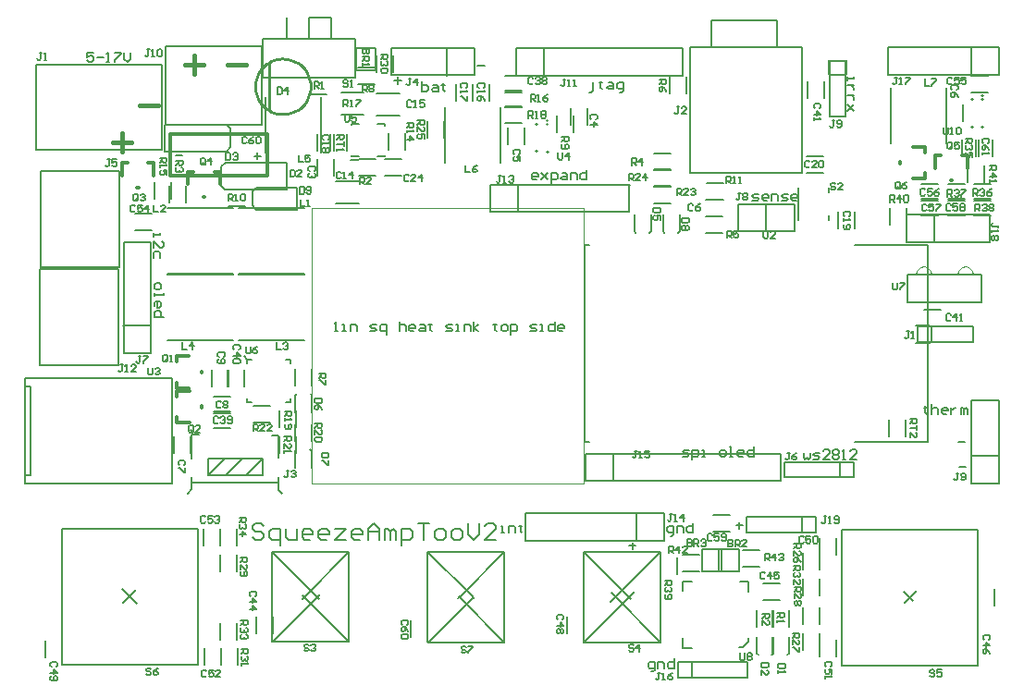
<source format=gto>
%FSLAX24Y24*%
%MOIN*%
G70*
G01*
G75*
%ADD10C,0.0080*%
%ADD11R,0.0300X0.0300*%
%ADD12R,0.0300X0.0220*%
%ADD13R,0.0440X0.0120*%
%ADD14O,0.0190X0.1100*%
%ADD15R,0.0190X0.1100*%
%ADD16R,0.0220X0.0300*%
%ADD17R,0.0120X0.0440*%
%ADD18O,0.0440X0.0120*%
%ADD19R,0.0500X0.0250*%
%ADD20R,0.0360X0.0360*%
%ADD21O,0.0200X0.0500*%
%ADD22R,0.0200X0.0500*%
%ADD23R,0.1600X0.0600*%
%ADD24R,0.1460X0.1460*%
%ADD25R,0.0500X0.0500*%
%ADD26R,0.0830X0.2250*%
%ADD27R,0.0345X0.0500*%
%ADD28R,0.0630X0.0670*%
%ADD29O,0.0160X0.0530*%
%ADD30R,0.0160X0.0530*%
%ADD31R,0.0390X0.0350*%
%ADD32R,0.0220X0.0670*%
%ADD33O,0.0354X0.0787*%
%ADD34R,0.1968X0.1968*%
%ADD35R,0.0354X0.0787*%
%ADD36R,0.0280X0.0100*%
%ADD37R,0.0100X0.0510*%
%ADD38O,0.0100X0.0510*%
%ADD39R,0.0870X0.0870*%
%ADD40O,0.0200X0.0100*%
%ADD41R,0.0200X0.0100*%
%ADD42R,0.0100X0.0200*%
%ADD43C,0.0061*%
%ADD44C,0.0075*%
%ADD45C,0.0120*%
%ADD46C,0.0100*%
%ADD47C,0.0220*%
%ADD48C,0.0200*%
%ADD49C,0.0600*%
%ADD50C,0.0300*%
%ADD51C,0.0360*%
%ADD52C,0.0900*%
%ADD53C,0.0250*%
%ADD54C,0.0150*%
%ADD55C,0.0400*%
%ADD56C,0.0800*%
%ADD57C,0.2500*%
%ADD58C,0.0170*%
%ADD59R,0.0420X0.0420*%
%ADD60C,0.0420*%
%ADD61C,0.0650*%
%ADD62C,0.0620*%
%ADD63C,0.0600*%
%ADD64R,0.0600X0.0600*%
%ADD65R,0.0620X0.0620*%
%ADD66C,0.1200*%
%ADD67C,0.0500*%
%ADD68C,0.0510*%
%ADD69C,0.0390*%
%ADD70R,0.0900X0.0900*%
%ADD71C,0.0900*%
%ADD72C,0.0520*%
%ADD73C,0.0960*%
%ADD74C,0.1000*%
%ADD75C,0.0850*%
%ADD76C,0.0450*%
%ADD77C,0.0220*%
%ADD78C,0.0350*%
%ADD79C,0.0410*%
%ADD80C,0.0860*%
%ADD81O,0.0100X0.0600*%
%ADD82R,0.0100X0.0600*%
%ADD83R,0.3500X0.1380*%
%ADD84C,0.0630*%
%ADD85C,0.0700*%
%ADD86C,0.0340*%
%ADD87C,0.0730*%
%ADD88C,0.0500*%
%ADD89C,0.1900*%
%ADD90C,0.0160*%
%ADD91C,0.0040*%
%ADD92C,0.0050*%
%ADD93C,0.0070*%
%ADD94C,0.0030*%
D10*
X87938Y78110D02*
X87838Y78210D01*
X87638D01*
X87538Y78110D01*
Y78010D01*
X87638Y77910D01*
X87838D01*
X87938Y77810D01*
Y77710D01*
X87838Y77610D01*
X87638D01*
X87538Y77710D01*
X88538Y77410D02*
Y78010D01*
X88238D01*
X88138Y77910D01*
Y77710D01*
X88238Y77610D01*
X88538D01*
X88738Y78010D02*
Y77710D01*
X88838Y77610D01*
X89138D01*
Y78010D01*
X89637Y77610D02*
X89437D01*
X89338Y77710D01*
Y77910D01*
X89437Y78010D01*
X89637D01*
X89737Y77910D01*
Y77810D01*
X89338D01*
X90237Y77610D02*
X90037D01*
X89937Y77710D01*
Y77910D01*
X90037Y78010D01*
X90237D01*
X90337Y77910D01*
Y77810D01*
X89937D01*
X90537Y78010D02*
X90937D01*
X90537Y77610D01*
X90937D01*
X91437D02*
X91237D01*
X91137Y77710D01*
Y77910D01*
X91237Y78010D01*
X91437D01*
X91537Y77910D01*
Y77810D01*
X91137D01*
X91737Y77610D02*
Y78010D01*
X91937Y78210D01*
X92137Y78010D01*
Y77610D01*
Y77910D01*
X91737D01*
X92337Y77610D02*
Y78010D01*
X92437D01*
X92536Y77910D01*
Y77610D01*
Y77910D01*
X92636Y78010D01*
X92736Y77910D01*
Y77610D01*
X92936Y77410D02*
Y78010D01*
X93236D01*
X93336Y77910D01*
Y77710D01*
X93236Y77610D01*
X92936D01*
X93536Y78210D02*
X93936D01*
X93736D01*
Y77610D01*
X94236D02*
X94436D01*
X94536Y77710D01*
Y77910D01*
X94436Y78010D01*
X94236D01*
X94136Y77910D01*
Y77710D01*
X94236Y77610D01*
X94836D02*
X95036D01*
X95136Y77710D01*
Y77910D01*
X95036Y78010D01*
X94836D01*
X94736Y77910D01*
Y77710D01*
X94836Y77610D01*
X95336Y78210D02*
Y77810D01*
X95535Y77610D01*
X95735Y77810D01*
Y78210D01*
X96335Y77610D02*
X95935D01*
X96335Y78010D01*
Y78110D01*
X96235Y78210D01*
X96035D01*
X95935Y78110D01*
X92788Y94310D02*
Y94043D01*
X92921Y94177D02*
X92655D01*
X95918Y94730D02*
X95652D01*
D45*
X112158Y91480D02*
X112358D01*
X112708Y90580D02*
X112758D01*
X113108Y91480D02*
X113308D01*
X112158Y91030D02*
Y91480D01*
X113308Y91030D02*
Y91480D01*
X111788Y91590D02*
X111788Y91790D01*
X110888Y91240D02*
X110888Y91190D01*
X111788Y90640D02*
Y90840D01*
X111338Y91790D02*
X111788D01*
X111338Y90640D02*
X111788D01*
X84808Y83100D02*
Y83300D01*
X85708Y83700D02*
X85708Y83650D01*
X84808Y84050D02*
Y84250D01*
Y83100D02*
X85258D01*
X84808Y84250D02*
X85258D01*
X84828Y83000D02*
X85278D01*
X84828Y81850D02*
X85278Y81850D01*
X84828Y83000D02*
X84828Y82800D01*
X85728Y82400D02*
Y82450D01*
X84828Y81850D02*
X84828Y82050D01*
X82838Y91210D02*
X83038D01*
X83388Y90310D02*
X83438D01*
X83788Y91210D02*
X83988D01*
X82838Y90760D02*
Y91210D01*
X83988Y90760D02*
Y91210D01*
X85228Y90890D02*
X85428D01*
X85778Y89990D02*
X85828D01*
X86178Y90890D02*
X86378D01*
X85228Y90440D02*
Y90890D01*
X86378Y90440D02*
Y90890D01*
X84588Y90760D02*
X88088D01*
Y92260D01*
X84588D02*
X88088D01*
X84588Y90760D02*
Y92260D01*
D46*
X89648Y93970D02*
X89643Y94070D01*
X89628Y94168D01*
X89604Y94265D01*
X89570Y94358D01*
X89526Y94448D01*
X89474Y94533D01*
X89414Y94613D01*
X89346Y94686D01*
X89272Y94752D01*
X89191Y94810D01*
X89104Y94860D01*
X89013Y94901D01*
X88919Y94933D01*
X88822Y94955D01*
X88723Y94967D01*
X88623Y94970D01*
X88524Y94962D01*
X88426Y94945D01*
X88330Y94918D01*
X88237Y94882D01*
X88148Y94836D01*
X88064Y94782D01*
X87986Y94720D01*
X87915Y94650D01*
X87851Y94574D01*
X87795Y94491D01*
X87747Y94404D01*
X87708Y94312D01*
X87679Y94217D01*
X87659Y94119D01*
X87649Y94020D01*
Y93920D01*
X87659Y93821D01*
X87679Y93723D01*
X87708Y93628D01*
X87747Y93536D01*
X87795Y93449D01*
X87851Y93366D01*
X87915Y93290D01*
X87986Y93220D01*
X88064Y93158D01*
X88148Y93104D01*
X88237Y93059D01*
X88330Y93022D01*
X88426Y92995D01*
X88524Y92978D01*
X88623Y92970D01*
X88723Y92973D01*
X88822Y92985D01*
X88919Y93007D01*
X89013Y93039D01*
X89104Y93080D01*
X89191Y93130D01*
X89272Y93188D01*
X89346Y93254D01*
X89414Y93327D01*
X89474Y93407D01*
X89526Y93492D01*
X89570Y93582D01*
X89604Y93675D01*
X89628Y93772D01*
X89643Y93870D01*
X89648Y93970D01*
X113828Y93650D02*
X113858D01*
X113828Y92520D02*
X113868D01*
X113438Y92530D02*
X113478D01*
X113448Y93520D02*
X113488D01*
X113828D02*
X113858D01*
X88148Y93110D02*
Y93370D01*
Y94570D01*
Y94560D02*
Y94840D01*
X98138Y92630D02*
X98168Y92630D01*
X97758D02*
X97798Y92630D01*
X97748Y91640D02*
X97788Y91640D01*
X98138Y91630D02*
X98178Y91630D01*
X98138Y92760D02*
X98168Y92760D01*
D54*
X83498Y93270D02*
X84165D01*
X82508Y91960D02*
X83175D01*
X82841Y92293D02*
Y91627D01*
X86638Y94750D02*
X87305D01*
X85108D02*
X85775D01*
X85441Y95083D02*
Y94417D01*
D91*
X113508Y87200D02*
X113488Y87303D01*
X113429Y87391D01*
X113341Y87449D01*
X113238Y87470D01*
X113135Y87449D01*
X113047Y87391D01*
X112989Y87303D01*
X112968Y87200D01*
X112008D02*
X111988Y87303D01*
X111929Y87391D01*
X111841Y87449D01*
X111738Y87470D01*
X111635Y87449D01*
X111547Y87391D01*
X111489Y87303D01*
X111468Y87200D01*
D92*
X106278Y73530D02*
X106328Y73480D01*
X106818Y73470D02*
X106878Y73530D01*
X106278D02*
Y74130D01*
X106878Y73530D02*
Y74130D01*
X105728Y73530D02*
X105778Y73480D01*
X106268Y73470D02*
X106328Y73530D01*
X105728D02*
Y74130D01*
X106328Y73530D02*
Y74130D01*
X106278Y74490D02*
X106278Y75090D01*
X106878D02*
X106878Y74490D01*
X105728D02*
Y75090D01*
X106328Y74490D02*
Y75090D01*
X93878Y73930D02*
X95508Y75560D01*
X113828Y86200D02*
Y87200D01*
X111148Y86200D02*
Y87200D01*
X113828D01*
X111148Y86200D02*
X113828D01*
X111508Y84760D02*
Y85320D01*
X112018Y84760D02*
Y85310D01*
X113508Y84760D02*
Y85320D01*
X111458Y85360D02*
X111958D01*
X111468Y84720D02*
X111968D01*
X111508Y84760D02*
X113508D01*
X111508Y85320D02*
X113508D01*
X111748Y85920D02*
X112348D01*
X111748Y85320D02*
X112348D01*
X104158Y78530D02*
X104758Y78530D01*
X104158Y77930D02*
X104758D01*
X96628Y73930D02*
Y77170D01*
X93868Y73940D02*
Y77180D01*
X93878Y73930D02*
X96628Y73930D01*
X93868Y77180D02*
X96618Y77180D01*
X113628Y91450D02*
Y92050D01*
X114228Y91450D02*
Y92050D01*
X111128Y88980D02*
Y89580D01*
X110528Y88980D02*
Y89580D01*
X113308Y90510D02*
Y91110D01*
X113908Y90510D02*
Y91110D01*
X113458Y79650D02*
Y82650D01*
X114448D02*
X114448Y79650D01*
X113458Y82650D02*
X114448D01*
X113458Y79650D02*
X114448D01*
X113448Y80650D02*
X114448Y80650D01*
X111078Y81360D02*
Y81960D01*
X110478Y81360D02*
Y81960D01*
X86993Y76485D02*
Y77085D01*
X86393Y76485D02*
Y77085D01*
X80093Y73395D02*
Y73995D01*
X80693Y73395D02*
Y73995D01*
X86403Y74015D02*
Y74615D01*
X87003Y74015D02*
Y74615D01*
X85813Y73105D02*
Y73705D01*
X86413Y73105D02*
Y73705D01*
X85793Y77415D02*
Y78015D01*
X86393Y77415D02*
Y78015D01*
X107983Y73425D02*
Y74025D01*
X108583Y73425D02*
Y74025D01*
X107383Y73645D02*
Y74245D01*
X107983Y73645D02*
Y74245D01*
X107383Y74575D02*
Y75175D01*
X107983Y74575D02*
Y75175D01*
Y76220D02*
X107983Y75620D01*
X107383Y75620D02*
Y76220D01*
X88278Y74240D02*
Y74840D01*
X87678Y74240D02*
Y74840D01*
X99490Y74248D02*
Y74848D01*
X98890Y74848D02*
X98890Y74248D01*
X107378Y76540D02*
Y77140D01*
X107978Y76540D02*
Y77140D01*
X108593Y77095D02*
Y77695D01*
X107993Y77095D02*
Y77695D01*
X111128Y89340D02*
X114128D01*
X111128Y88350D02*
X114128D01*
Y89340D01*
X111128Y88350D02*
Y89340D01*
X112128Y88350D02*
Y89350D01*
X110548Y91920D02*
Y93920D01*
X112548Y91920D02*
Y93920D01*
Y92720D02*
Y93320D01*
X113148Y92720D02*
Y93320D01*
X113468Y93750D02*
X114068D01*
X113468Y94350D02*
X114068D01*
X111658Y89850D02*
X112258D01*
X111658Y90450D02*
X112258D01*
X111658Y89330D02*
X112258D01*
X111658Y89930D02*
X112258D01*
X112608D02*
X113208D01*
X112608Y89330D02*
X113208D01*
X113718Y91460D02*
Y92060D01*
X113118Y91460D02*
Y92060D01*
X113568Y89850D02*
X114168D01*
X113568Y90450D02*
X114168D01*
X112608D02*
X113208D01*
X112608Y89850D02*
X113208D01*
X113568Y89330D02*
X114168D01*
X113568Y89930D02*
X114168D01*
X86393Y77415D02*
Y78015D01*
X86993Y77415D02*
Y78015D01*
X86413Y73105D02*
Y73705D01*
X87013D02*
X87013Y73105D01*
X80683Y73135D02*
X85573Y73135D01*
X80683Y78025D02*
X80683Y73135D01*
X80683Y78025D02*
X85573Y78025D01*
X85573Y73135D01*
X99494Y77184D02*
X102244Y77184D01*
X99504Y73934D02*
X102254Y73934D01*
X99494Y73944D02*
Y77184D01*
X102254Y73934D02*
Y77174D01*
X88268Y77190D02*
X91018Y77190D01*
X88278Y73940D02*
X91028Y73940D01*
X88268Y73950D02*
Y77190D01*
X91028Y73940D02*
Y77180D01*
X113448Y94390D02*
Y95390D01*
X114448Y94400D02*
Y95390D01*
X110438Y94400D02*
Y95390D01*
X114448Y95390D01*
X110438Y94400D02*
X114448D01*
X105938Y76050D02*
X106538D01*
X105938Y75450D02*
X106538D01*
X101398Y77580D02*
X101398Y78580D01*
X102398Y78580D02*
X102398Y77590D01*
X97398Y78580D02*
X97398Y77590D01*
X97398Y78580D02*
X102398D01*
X97388Y77590D02*
X102398Y77590D01*
X113688Y75240D02*
Y75840D01*
X114288Y75240D02*
Y75840D01*
X102268Y76370D02*
Y76970D01*
X102868Y76370D02*
Y76970D01*
X105208Y76660D02*
X105808D01*
X105208Y77260D02*
X105808D01*
X103038Y77070D02*
X103638D01*
X103038Y76470D02*
X103638D01*
X105088Y77280D02*
X105088Y76480D01*
X104368D02*
X105088D01*
X104368Y77280D02*
X105088Y77280D01*
X104368Y76480D02*
X104368Y77280D01*
X104458Y76480D02*
X104458Y77280D01*
X103738Y76480D02*
X104458Y76480D01*
X103738Y77280D02*
X104458Y77280D01*
X103738Y76480D02*
Y77280D01*
X82851Y75857D02*
X83383Y75325D01*
X82893Y75345D02*
X83367Y75819D01*
X88278Y73940D02*
X89998Y75660D01*
X89358Y75610D02*
X91028Y73940D01*
X88268Y77190D02*
X89968Y75490D01*
X89338D02*
X91028Y77180D01*
X111067Y75359D02*
X111494Y75786D01*
X111024Y75764D02*
X111360Y75428D01*
X99504Y73934D02*
X101324Y75754D01*
X100474Y75714D02*
X102254Y73934D01*
X99494Y77184D02*
X101184Y75494D01*
X100454Y75394D02*
X102244Y77184D01*
X93248Y74110D02*
Y74710D01*
X93848Y74110D02*
Y74710D01*
X93868Y77180D02*
X95438Y75610D01*
X95038Y75600D02*
X96618Y77180D01*
X94988Y75570D02*
X96628Y73930D01*
X95438Y75610D02*
X95518Y75530D01*
X94958Y75520D02*
X95038Y75600D01*
X108803Y77985D02*
X113693Y77985D01*
X113693Y73095D01*
X108803Y73095D02*
X113693Y73095D01*
X108803Y77985D02*
X108803Y73095D01*
X102878Y73220D02*
X105378D01*
X102878Y72660D02*
X105378D01*
X102878D02*
Y73220D01*
X103388Y72660D02*
Y73210D01*
X105378Y72660D02*
Y73220D01*
X105348Y77880D02*
X107848D01*
X105348Y78440D02*
X107848D01*
Y77880D02*
Y78440D01*
X107338Y77890D02*
Y78440D01*
X105348Y77880D02*
Y78440D01*
X92008Y94470D02*
Y95070D01*
X92608Y94470D02*
Y95070D01*
X100568Y79740D02*
Y80740D01*
X99568Y79740D02*
Y80730D01*
X106578Y79740D02*
Y80730D01*
X99568Y79740D02*
X106578D01*
X99568Y80730D02*
X106578D01*
X91278Y94550D02*
Y95350D01*
X91998D01*
X91278Y94550D02*
X91998D01*
Y95350D01*
X87678Y90330D02*
X89148D01*
X87688Y89530D02*
X89148D01*
Y90330D01*
X87538Y90190D02*
X87678Y90330D01*
X87538Y89680D02*
Y90190D01*
Y89680D02*
X87688Y89530D01*
X94468Y92130D02*
Y92730D01*
X93868Y92130D02*
Y92730D01*
X87048Y87210D02*
X89408D01*
X87048Y89570D02*
X89408D01*
X84498D02*
X86858D01*
X84498Y87210D02*
X86858D01*
X87048Y84810D02*
X89408D01*
X87048Y87170D02*
X89408D01*
X84498D02*
X86858D01*
X84498Y84810D02*
X86858D01*
X90498Y90740D02*
Y91340D01*
X89898Y90740D02*
Y91340D01*
X99028Y92600D02*
Y93200D01*
X99628Y92600D02*
Y93200D01*
X83308Y89380D02*
X83908D01*
X83308Y88780D02*
X83908D01*
X84708Y80750D02*
Y81350D01*
X85308Y80750D02*
Y81350D01*
X86138Y82790D02*
X86738D01*
X86138Y82190D02*
X86738D01*
X86098Y83160D02*
Y83760D01*
X86698Y83160D02*
Y83760D01*
X90543Y89750D02*
X91373Y89750D01*
X90543Y90550D02*
X91373D01*
X92028Y93720D02*
X92858D01*
X92028Y92920D02*
X92858D01*
X95478Y93460D02*
Y94060D01*
X96078Y93460D02*
Y94060D01*
X95478Y93460D02*
Y94060D01*
X94878Y93460D02*
Y94060D01*
X90498Y91640D02*
Y92240D01*
X89898Y91640D02*
Y92240D01*
X108658Y88840D02*
Y89440D01*
X109258Y88840D02*
Y89440D01*
X107508Y91460D02*
X108108D01*
X107508Y90860D02*
X108108D01*
X92328Y90740D02*
X92928D01*
X92328Y91340D02*
X92928D01*
X96658Y93750D02*
X97258D01*
X96658Y94350D02*
X97258D01*
X86138Y82250D02*
X86738D01*
X86138Y81650D02*
X86738D01*
X86638Y83160D02*
Y83760D01*
X87238Y83160D02*
Y83760D01*
X108148Y93560D02*
Y94160D01*
X107548Y93560D02*
Y94160D01*
X86428Y90400D02*
X86568Y90260D01*
X88798Y90260D02*
Y91220D01*
X86678Y91230D02*
X88798Y91230D01*
X86428Y90400D02*
X86428Y91070D01*
X86668Y90260D02*
X88798D01*
X86428Y91070D02*
X86578Y91220D01*
X86588Y91230D02*
X86678Y91230D01*
X86568Y90260D02*
X86668Y90260D01*
X86618Y92580D02*
X86758Y92440D01*
X84388Y91620D02*
Y92580D01*
Y91610D02*
X86508D01*
X86758Y91770D02*
Y92440D01*
X84388Y92580D02*
X86518D01*
X86608Y91620D02*
X86758Y91770D01*
X86508Y91610D02*
X86598D01*
X86518Y92580D02*
X86618D01*
X101918Y88750D02*
Y89350D01*
X101318Y88750D02*
Y89350D01*
X101858Y88690D02*
X101918Y88750D01*
X101318D02*
X101368Y88700D01*
X89088Y82230D02*
Y82830D01*
X89688Y82230D02*
Y82830D01*
X89088D02*
X89148Y82890D01*
X89638Y82880D02*
X89688Y82830D01*
X89628Y80870D02*
X89678Y80820D01*
X89078D02*
X89138Y80880D01*
X89678Y80220D02*
Y80820D01*
X89078Y80220D02*
Y80820D01*
X102938Y88740D02*
Y89340D01*
X102338Y88740D02*
Y89340D01*
X102878Y88680D02*
X102938Y88740D01*
X102338D02*
X102388Y88690D01*
X104078Y95370D02*
Y96350D01*
X106438D01*
Y95370D02*
Y96350D01*
X105258Y95370D02*
X107348D01*
X103328D02*
X105258D01*
X103328Y90840D02*
Y95370D01*
X107348Y90840D02*
Y95370D01*
X103328Y90840D02*
X107348D01*
X85368Y79670D02*
X88478D01*
X88248Y81400D02*
X88478D01*
X85368Y81410D02*
X85608D01*
X85368Y80560D02*
Y81410D01*
Y79670D02*
Y79900D01*
X88478Y80590D02*
Y81400D01*
Y79670D02*
Y79890D01*
Y79430D02*
Y79670D01*
Y79430D02*
X88608Y79300D01*
X85368Y79450D02*
Y79670D01*
X85218Y79300D02*
X85368Y79450D01*
X85958Y79960D02*
Y80530D01*
Y79960D02*
X87918D01*
Y80550D01*
X85958D02*
X87918D01*
X85958Y79960D02*
X86548Y80550D01*
X87328Y79960D02*
X87918Y80550D01*
X86598Y79960D02*
X87188Y80550D01*
X92558Y94370D02*
X95558D01*
X92558Y95360D02*
X95558D01*
X92558Y94370D02*
Y95360D01*
X95558Y94370D02*
Y95360D01*
X94558Y94360D02*
Y95360D01*
X79908Y90910D02*
X79908Y87450D01*
X79908Y90910D02*
X82738Y90910D01*
X82738Y87450D02*
X82738Y90910D01*
X79908Y87450D02*
X82738D01*
X106718Y79870D02*
X109218D01*
X106718Y80430D02*
X109218D01*
Y79870D02*
Y80430D01*
X108708Y79880D02*
Y80430D01*
X106718Y79870D02*
Y80430D01*
X82908Y84340D02*
Y88350D01*
X83898D02*
X83898Y84340D01*
X82908Y88350D02*
X83898D01*
X82908Y84340D02*
X83898D01*
X82898Y85340D02*
X83898D01*
X106068Y88740D02*
Y89740D01*
X105068Y88740D02*
Y89730D01*
X107078Y88740D02*
Y89730D01*
X105068Y88740D02*
X107078D01*
X105068Y89730D02*
X107078D01*
X84428Y92600D02*
Y95430D01*
Y92600D02*
X87888Y92600D01*
X87888Y95430D02*
X87888Y92600D01*
X84428Y95430D02*
X87888Y95430D01*
X98068Y95350D02*
X98068Y94350D01*
X97068Y95340D02*
X97068Y94350D01*
X103068D02*
X103068Y95340D01*
X97068Y94350D02*
X103068D01*
X97068Y95340D02*
X103068Y95340D01*
X79898Y87390D02*
X79898Y83930D01*
X79898Y87390D02*
X82728Y87390D01*
X82728Y83930D02*
X82728Y87390D01*
X79898Y83930D02*
X82728D01*
X88018Y91590D02*
X88018Y93590D01*
X90018D02*
X90018Y91590D01*
X96478Y91230D02*
Y93230D01*
X94478Y91230D02*
Y93230D01*
X89628Y94270D02*
X90228D01*
X89628Y93670D02*
X90228D01*
X91398Y90740D02*
X91998D01*
X91398Y91340D02*
X91998D01*
X84548Y89770D02*
Y90370D01*
X85148Y89770D02*
Y90370D01*
X102008Y90950D02*
X102608D01*
X102008Y91550D02*
X102608D01*
X103898Y88680D02*
X104498D01*
X103898Y89280D02*
X104498D01*
X103188Y93710D02*
Y94310D01*
X102588Y93710D02*
Y94310D01*
X89088Y83190D02*
Y83790D01*
X89688Y83190D02*
Y83790D01*
X91338Y94650D02*
X91938D01*
X91338Y94050D02*
X91938D01*
X98508Y92320D02*
Y92920D01*
X99108Y92320D02*
Y92920D01*
X86698Y90260D02*
X87298D01*
X86698Y89660D02*
X87298D01*
X103908Y89880D02*
X104508D01*
X103908Y90480D02*
X104508D01*
X93038Y91690D02*
Y92290D01*
X92438Y91690D02*
Y92290D01*
X84618Y89910D02*
Y90510D01*
X84018Y89910D02*
Y90510D01*
X96658Y93210D02*
X97258D01*
X96658Y93810D02*
X97258D01*
X90738Y92960D02*
X91568D01*
X90738Y93760D02*
X91568D01*
X96648Y93260D02*
X97248D01*
X96648Y92660D02*
X97248D01*
X89108Y81680D02*
Y82280D01*
X88508Y81680D02*
Y82280D01*
X89078Y81190D02*
Y81790D01*
X89678Y81190D02*
Y81790D01*
X88508Y80750D02*
Y81350D01*
X89108Y80750D02*
Y81350D01*
X87588Y81860D02*
X88188D01*
X87588Y82460D02*
X88188D01*
X102008Y89750D02*
X102608D01*
X102008Y90350D02*
X102608D01*
X102008Y90390D02*
X102608D01*
X102008Y90990D02*
X102608D01*
X90968Y91650D02*
Y92250D01*
X90368Y91650D02*
Y92250D01*
X91253Y94295D02*
Y95675D01*
X89583D02*
X91253D01*
X89583Y94295D02*
X91253Y94295D01*
X87913Y95675D02*
X87913Y94295D01*
X87913Y95675D02*
X89583D01*
X87913Y94295D02*
X89583D01*
Y95675D02*
Y96465D01*
X90373D01*
Y95675D02*
Y96465D01*
X89583Y95675D02*
X90373D01*
X88793D02*
X88793Y96465D01*
X88793Y95675D02*
X89583D01*
X107208Y90320D02*
X107208Y89160D01*
X108318Y90150D02*
Y90330D01*
Y89310D02*
X108318Y89140D01*
X111898Y81169D02*
Y88255D01*
X99536Y81169D02*
Y88255D01*
X109258D02*
X111898D01*
X109268Y81169D02*
X111898Y81169D01*
X99536Y88255D02*
X99698Y88255D01*
X99536Y81169D02*
X99698Y81169D01*
X79358Y83460D02*
X84668D01*
X79358Y79640D02*
X84668D01*
Y83460D01*
X79358Y79640D02*
Y83460D01*
Y79950D02*
X79558Y79950D01*
X79368Y83150D02*
X79558D01*
Y79950D02*
Y83150D01*
X91098Y91330D02*
X91368D01*
X91128Y91440D02*
X91378Y91440D01*
X91128Y91440D02*
X91128Y91500D01*
X92058Y91440D02*
X92308Y91440D01*
Y91480D01*
Y92550D02*
Y92620D01*
X92058Y92620D02*
X92308Y92620D01*
X91128D02*
X91378Y92620D01*
X91128Y92620D02*
X91128Y92570D01*
X87248Y84240D02*
X87368Y84120D01*
Y83990D02*
Y84120D01*
X87518D01*
X88768Y84120D02*
X88908D01*
Y83980D02*
Y84120D01*
X88908Y82580D02*
Y82730D01*
X88748Y82580D02*
X88908D01*
X87368D02*
Y82720D01*
Y82580D02*
X87508Y82580D01*
X96768Y91880D02*
Y92480D01*
X97368Y91880D02*
Y92480D01*
X79748Y91690D02*
X84278D01*
X79748Y94740D02*
X84278D01*
Y91690D02*
Y94740D01*
X79748Y91690D02*
Y94740D01*
X96128Y90430D02*
X101138D01*
X96128Y89440D02*
X101128D01*
X101128Y90430D02*
X101128Y89440D01*
X96128Y90430D02*
X96128Y89440D01*
X97128Y89440D02*
Y90440D01*
X103898Y89880D02*
X104498D01*
X103898Y89280D02*
X104498D01*
X108358Y94880D02*
X108918D01*
X108358Y94370D02*
X108908D01*
X108358Y92880D02*
X108918D01*
X108958Y94430D02*
Y94930D01*
X108318Y94420D02*
Y94920D01*
X108358Y92880D02*
Y94880D01*
X108918Y92880D02*
Y94880D01*
X105928Y74965D02*
X106178D01*
Y74840D01*
X106136Y74798D01*
X106053D01*
X106011Y74840D01*
Y74965D01*
Y74882D02*
X105928Y74798D01*
Y74548D02*
Y74715D01*
X106095Y74548D01*
X106136D01*
X106178Y74590D01*
Y74673D01*
X106136Y74715D01*
X106458Y74975D02*
X106708D01*
Y74850D01*
X106666Y74808D01*
X106583D01*
X106541Y74850D01*
Y74975D01*
Y74891D02*
X106458Y74808D01*
Y74725D02*
Y74641D01*
Y74683D01*
X106708D01*
X106666Y74725D01*
X106138Y73180D02*
X105888D01*
Y73055D01*
X105930Y73013D01*
X106096D01*
X106138Y73055D01*
Y73180D01*
X105888Y72763D02*
Y72930D01*
X106055Y72763D01*
X106096D01*
X106138Y72805D01*
Y72888D01*
X106096Y72930D01*
X106748Y73160D02*
X106498D01*
Y73035D01*
X106540Y72993D01*
X106706D01*
X106748Y73035D01*
Y73160D01*
X106498Y72910D02*
Y72827D01*
Y72868D01*
X106748D01*
X106706Y72910D01*
X110628Y86900D02*
Y86692D01*
X110670Y86650D01*
X110753D01*
X110795Y86692D01*
Y86900D01*
X110878D02*
X111045D01*
Y86858D01*
X110878Y86692D01*
Y86650D01*
X111215Y85140D02*
X111131D01*
X111173D01*
Y84932D01*
X111131Y84890D01*
X111090D01*
X111048Y84932D01*
X111298Y84890D02*
X111381D01*
X111340D01*
Y85140D01*
X111298Y85098D01*
X112715Y85728D02*
X112673Y85770D01*
X112590D01*
X112548Y85728D01*
Y85562D01*
X112590Y85520D01*
X112673D01*
X112715Y85562D01*
X112923Y85520D02*
Y85770D01*
X112798Y85645D01*
X112965D01*
X113048Y85520D02*
X113131D01*
X113090D01*
Y85770D01*
X113048Y85728D01*
X95245Y73748D02*
X95203Y73790D01*
X95120D01*
X95078Y73748D01*
Y73707D01*
X95120Y73665D01*
X95203D01*
X95245Y73623D01*
Y73582D01*
X95203Y73540D01*
X95120D01*
X95078Y73582D01*
X95328Y73790D02*
X95495D01*
Y73748D01*
X95328Y73582D01*
Y73540D01*
X114108Y91110D02*
X114358D01*
Y90985D01*
X114316Y90943D01*
X114233D01*
X114191Y90985D01*
Y91110D01*
Y91027D02*
X114108Y90943D01*
Y90735D02*
X114358D01*
X114233Y90860D01*
Y90693D01*
X114108Y90610D02*
Y90527D01*
Y90569D01*
X114358D01*
X114316Y90610D01*
X110528Y89800D02*
Y90050D01*
X110653D01*
X110695Y90008D01*
Y89925D01*
X110653Y89883D01*
X110528D01*
X110611D02*
X110695Y89800D01*
X110903D02*
Y90050D01*
X110778Y89925D01*
X110945D01*
X111028Y90008D02*
X111070Y90050D01*
X111153D01*
X111195Y90008D01*
Y89842D01*
X111153Y89800D01*
X111070D01*
X111028Y89842D01*
Y90008D01*
X110885Y90322D02*
Y90488D01*
X110843Y90530D01*
X110760D01*
X110718Y90488D01*
Y90322D01*
X110760Y90280D01*
X110843D01*
X110801Y90363D02*
X110885Y90280D01*
X110843D02*
X110885Y90322D01*
X111135Y90530D02*
X111051Y90488D01*
X110968Y90405D01*
Y90322D01*
X111010Y90280D01*
X111093D01*
X111135Y90322D01*
Y90363D01*
X111093Y90405D01*
X110968D01*
X112765Y91752D02*
Y91918D01*
X112723Y91960D01*
X112640D01*
X112598Y91918D01*
Y91752D01*
X112640Y91710D01*
X112723D01*
X112681Y91793D02*
X112765Y91710D01*
X112723D02*
X112765Y91752D01*
X113015Y91960D02*
X112848D01*
Y91835D01*
X112931Y91877D01*
X112973D01*
X113015Y91835D01*
Y91752D01*
X112973Y91710D01*
X112890D01*
X112848Y91752D01*
X114046Y91923D02*
X114088Y91965D01*
Y92048D01*
X114046Y92090D01*
X113880D01*
X113838Y92048D01*
Y91965D01*
X113880Y91923D01*
X114088Y91673D02*
X114046Y91757D01*
X113963Y91840D01*
X113880D01*
X113838Y91798D01*
Y91715D01*
X113880Y91673D01*
X113921D01*
X113963Y91715D01*
Y91840D01*
X113838Y91590D02*
Y91507D01*
Y91549D01*
X114088D01*
X114046Y91590D01*
X111238Y81990D02*
X111488D01*
Y81865D01*
X111446Y81823D01*
X111363D01*
X111321Y81865D01*
Y81990D01*
Y81907D02*
X111238Y81823D01*
X111488Y81740D02*
Y81573D01*
Y81657D01*
X111238D01*
Y81324D02*
Y81490D01*
X111405Y81324D01*
X111446D01*
X111488Y81365D01*
Y81449D01*
X111446Y81490D01*
X112995Y80020D02*
X112911D01*
X112953D01*
Y79812D01*
X112911Y79770D01*
X112870D01*
X112828Y79812D01*
X113078D02*
X113120Y79770D01*
X113203D01*
X113245Y79812D01*
Y79978D01*
X113203Y80020D01*
X113120D01*
X113078Y79978D01*
Y79937D01*
X113120Y79895D01*
X113245D01*
X108225Y78470D02*
X108141D01*
X108183D01*
Y78262D01*
X108141Y78220D01*
X108100D01*
X108058Y78262D01*
X108308Y78220D02*
X108391D01*
X108350D01*
Y78470D01*
X108308Y78428D01*
X108516Y78262D02*
X108558Y78220D01*
X108641D01*
X108683Y78262D01*
Y78428D01*
X108641Y78470D01*
X108558D01*
X108516Y78428D01*
Y78387D01*
X108558Y78345D01*
X108683D01*
X112448Y92490D02*
Y92282D01*
X112490Y92240D01*
X112573D01*
X112615Y92282D01*
Y92490D01*
X112698Y92240D02*
X112781D01*
X112740D01*
Y92490D01*
X112698Y92448D01*
X112906D02*
X112948Y92490D01*
X113031D01*
X113073Y92448D01*
Y92282D01*
X113031Y92240D01*
X112948D01*
X112906Y92282D01*
Y92448D01*
X113598Y89470D02*
Y89720D01*
X113723D01*
X113765Y89678D01*
Y89595D01*
X113723Y89553D01*
X113598D01*
X113681D02*
X113765Y89470D01*
X113848Y89678D02*
X113890Y89720D01*
X113973D01*
X114015Y89678D01*
Y89637D01*
X113973Y89595D01*
X113931D01*
X113973D01*
X114015Y89553D01*
Y89512D01*
X113973Y89470D01*
X113890D01*
X113848Y89512D01*
X114098Y89678D02*
X114140Y89720D01*
X114223D01*
X114265Y89678D01*
Y89637D01*
X114223Y89595D01*
X114265Y89553D01*
Y89512D01*
X114223Y89470D01*
X114140D01*
X114098Y89512D01*
Y89553D01*
X114140Y89595D01*
X114098Y89637D01*
Y89678D01*
X114140Y89595D02*
X114223D01*
X112588Y90000D02*
Y90250D01*
X112713D01*
X112755Y90208D01*
Y90125D01*
X112713Y90083D01*
X112588D01*
X112671D02*
X112755Y90000D01*
X112838Y90208D02*
X112880Y90250D01*
X112963D01*
X113005Y90208D01*
Y90167D01*
X112963Y90125D01*
X112921D01*
X112963D01*
X113005Y90083D01*
Y90042D01*
X112963Y90000D01*
X112880D01*
X112838Y90042D01*
X113088Y90250D02*
X113255D01*
Y90208D01*
X113088Y90042D01*
Y90000D01*
X113518Y90020D02*
Y90270D01*
X113643D01*
X113685Y90228D01*
Y90145D01*
X113643Y90103D01*
X113518D01*
X113601D02*
X113685Y90020D01*
X113768Y90228D02*
X113810Y90270D01*
X113893D01*
X113935Y90228D01*
Y90187D01*
X113893Y90145D01*
X113851D01*
X113893D01*
X113935Y90103D01*
Y90062D01*
X113893Y90020D01*
X113810D01*
X113768Y90062D01*
X114185Y90270D02*
X114101Y90228D01*
X114018Y90145D01*
Y90062D01*
X114060Y90020D01*
X114143D01*
X114185Y90062D01*
Y90103D01*
X114143Y90145D01*
X114018D01*
X113248Y92100D02*
X113498D01*
Y91975D01*
X113456Y91933D01*
X113373D01*
X113331Y91975D01*
Y92100D01*
Y92017D02*
X113248Y91933D01*
X113456Y91850D02*
X113498Y91808D01*
Y91725D01*
X113456Y91683D01*
X113415D01*
X113373Y91725D01*
Y91767D01*
Y91725D01*
X113331Y91683D01*
X113290D01*
X113248Y91725D01*
Y91808D01*
X113290Y91850D01*
X113498Y91434D02*
Y91600D01*
X113373D01*
X113415Y91517D01*
Y91475D01*
X113373Y91434D01*
X113290D01*
X113248Y91475D01*
Y91559D01*
X113290Y91600D01*
X111778Y94240D02*
Y93990D01*
X111945D01*
X112028Y94240D02*
X112195D01*
Y94198D01*
X112028Y94032D01*
Y93990D01*
X114428Y88873D02*
Y88957D01*
Y88915D01*
X114220D01*
X114178Y88957D01*
Y88998D01*
X114220Y89040D01*
X114178Y88790D02*
Y88707D01*
Y88748D01*
X114428D01*
X114386Y88790D01*
Y88582D02*
X114428Y88540D01*
Y88457D01*
X114386Y88415D01*
X114345D01*
X114303Y88457D01*
X114261Y88415D01*
X114220D01*
X114178Y88457D01*
Y88540D01*
X114220Y88582D01*
X114261D01*
X114303Y88540D01*
X114345Y88582D01*
X114386D01*
X114303Y88540D02*
Y88457D01*
X110785Y94300D02*
X110701D01*
X110743D01*
Y94092D01*
X110701Y94050D01*
X110660D01*
X110618Y94092D01*
X110868Y94050D02*
X110951D01*
X110910D01*
Y94300D01*
X110868Y94258D01*
X111076Y94300D02*
X111243D01*
Y94258D01*
X111076Y94092D01*
Y94050D01*
X112715Y89698D02*
X112673Y89740D01*
X112590D01*
X112548Y89698D01*
Y89532D01*
X112590Y89490D01*
X112673D01*
X112715Y89532D01*
X112965Y89740D02*
X112798D01*
Y89615D01*
X112881Y89657D01*
X112923D01*
X112965Y89615D01*
Y89532D01*
X112923Y89490D01*
X112840D01*
X112798Y89532D01*
X113048Y89698D02*
X113090Y89740D01*
X113173D01*
X113215Y89698D01*
Y89657D01*
X113173Y89615D01*
X113215Y89573D01*
Y89532D01*
X113173Y89490D01*
X113090D01*
X113048Y89532D01*
Y89573D01*
X113090Y89615D01*
X113048Y89657D01*
Y89698D01*
X113090Y89615D02*
X113173D01*
X111845Y89688D02*
X111803Y89730D01*
X111720D01*
X111678Y89688D01*
Y89522D01*
X111720Y89480D01*
X111803D01*
X111845Y89522D01*
X112095Y89730D02*
X111928D01*
Y89605D01*
X112011Y89647D01*
X112053D01*
X112095Y89605D01*
Y89522D01*
X112053Y89480D01*
X111970D01*
X111928Y89522D01*
X112178Y89730D02*
X112345D01*
Y89688D01*
X112178Y89522D01*
Y89480D01*
X111795Y90238D02*
X111753Y90280D01*
X111670D01*
X111628Y90238D01*
Y90072D01*
X111670Y90030D01*
X111753D01*
X111795Y90072D01*
X112045Y90280D02*
X111878D01*
Y90155D01*
X111961Y90197D01*
X112003D01*
X112045Y90155D01*
Y90072D01*
X112003Y90030D01*
X111920D01*
X111878Y90072D01*
X112295Y90280D02*
X112211Y90238D01*
X112128Y90155D01*
Y90072D01*
X112170Y90030D01*
X112253D01*
X112295Y90072D01*
Y90113D01*
X112253Y90155D01*
X112128D01*
X112765Y94258D02*
X112723Y94300D01*
X112640D01*
X112598Y94258D01*
Y94092D01*
X112640Y94050D01*
X112723D01*
X112765Y94092D01*
X113015Y94300D02*
X112848D01*
Y94175D01*
X112931Y94217D01*
X112973D01*
X113015Y94175D01*
Y94092D01*
X112973Y94050D01*
X112890D01*
X112848Y94092D01*
X113265Y94300D02*
X113098D01*
Y94175D01*
X113181Y94217D01*
X113223D01*
X113265Y94175D01*
Y94092D01*
X113223Y94050D01*
X113140D01*
X113098Y94092D01*
X112936Y93843D02*
X112978Y93885D01*
Y93968D01*
X112936Y94010D01*
X112770D01*
X112728Y93968D01*
Y93885D01*
X112770Y93843D01*
X112978Y93593D02*
X112936Y93677D01*
X112853Y93760D01*
X112770D01*
X112728Y93718D01*
Y93635D01*
X112770Y93593D01*
X112811D01*
X112853Y93635D01*
Y93760D01*
X85890Y72883D02*
X85848Y72925D01*
X85765D01*
X85723Y72883D01*
Y72717D01*
X85765Y72675D01*
X85848D01*
X85890Y72717D01*
X86140Y72925D02*
X85973D01*
Y72800D01*
X86056Y72842D01*
X86098D01*
X86140Y72800D01*
Y72717D01*
X86098Y72675D01*
X86015D01*
X85973Y72717D01*
X86390Y72675D02*
X86223D01*
X86390Y72842D01*
Y72883D01*
X86348Y72925D01*
X86265D01*
X86223Y72883D01*
X85860Y78443D02*
X85818Y78485D01*
X85735D01*
X85693Y78443D01*
Y78277D01*
X85735Y78235D01*
X85818D01*
X85860Y78277D01*
X86110Y78485D02*
X85943D01*
Y78360D01*
X86026Y78402D01*
X86068D01*
X86110Y78360D01*
Y78277D01*
X86068Y78235D01*
X85985D01*
X85943Y78277D01*
X86193Y78443D02*
X86235Y78485D01*
X86318D01*
X86360Y78443D01*
Y78402D01*
X86318Y78360D01*
X86276D01*
X86318D01*
X86360Y78318D01*
Y78277D01*
X86318Y78235D01*
X86235D01*
X86193Y78277D01*
X87123Y74705D02*
X87373D01*
Y74580D01*
X87331Y74538D01*
X87248D01*
X87206Y74580D01*
Y74705D01*
Y74622D02*
X87123Y74538D01*
X87331Y74455D02*
X87373Y74413D01*
Y74330D01*
X87331Y74288D01*
X87290D01*
X87248Y74330D01*
Y74372D01*
Y74330D01*
X87206Y74288D01*
X87165D01*
X87123Y74330D01*
Y74413D01*
X87165Y74455D01*
X87331Y74205D02*
X87373Y74164D01*
Y74080D01*
X87331Y74039D01*
X87290D01*
X87248Y74080D01*
Y74122D01*
Y74080D01*
X87206Y74039D01*
X87165D01*
X87123Y74080D01*
Y74164D01*
X87165Y74205D01*
X87113Y76985D02*
X87363D01*
Y76860D01*
X87321Y76818D01*
X87238D01*
X87196Y76860D01*
Y76985D01*
Y76902D02*
X87113Y76818D01*
Y76568D02*
Y76735D01*
X87280Y76568D01*
X87321D01*
X87363Y76610D01*
Y76693D01*
X87321Y76735D01*
X87155Y76485D02*
X87113Y76444D01*
Y76360D01*
X87155Y76319D01*
X87321D01*
X87363Y76360D01*
Y76444D01*
X87321Y76485D01*
X87280D01*
X87238Y76444D01*
Y76319D01*
X87153Y73685D02*
X87403D01*
Y73560D01*
X87361Y73518D01*
X87278D01*
X87236Y73560D01*
Y73685D01*
Y73602D02*
X87153Y73518D01*
X87361Y73435D02*
X87403Y73393D01*
Y73310D01*
X87361Y73268D01*
X87320D01*
X87278Y73310D01*
Y73352D01*
Y73310D01*
X87236Y73268D01*
X87195D01*
X87153Y73310D01*
Y73393D01*
X87195Y73435D01*
X87153Y73185D02*
Y73102D01*
Y73144D01*
X87403D01*
X87361Y73185D01*
X87073Y78435D02*
X87323D01*
Y78310D01*
X87281Y78268D01*
X87198D01*
X87156Y78310D01*
Y78435D01*
Y78352D02*
X87073Y78268D01*
X87281Y78185D02*
X87323Y78143D01*
Y78060D01*
X87281Y78018D01*
X87240D01*
X87198Y78060D01*
Y78102D01*
Y78060D01*
X87156Y78018D01*
X87115D01*
X87073Y78060D01*
Y78143D01*
X87115Y78185D01*
X87073Y77810D02*
X87323D01*
X87198Y77935D01*
Y77769D01*
X83895Y72958D02*
X83853Y73000D01*
X83770D01*
X83728Y72958D01*
Y72917D01*
X83770Y72875D01*
X83853D01*
X83895Y72833D01*
Y72792D01*
X83853Y72750D01*
X83770D01*
X83728Y72792D01*
X84145Y73000D02*
X84061Y72958D01*
X83978Y72875D01*
Y72792D01*
X84020Y72750D01*
X84103D01*
X84145Y72792D01*
Y72833D01*
X84103Y72875D01*
X83978D01*
X87646Y75593D02*
X87688Y75635D01*
Y75718D01*
X87646Y75760D01*
X87480D01*
X87438Y75718D01*
Y75635D01*
X87480Y75593D01*
X87438Y75385D02*
X87688D01*
X87563Y75510D01*
Y75343D01*
X87438Y75135D02*
X87688D01*
X87563Y75260D01*
Y75094D01*
X106025Y76418D02*
X105983Y76460D01*
X105900D01*
X105858Y76418D01*
Y76252D01*
X105900Y76210D01*
X105983D01*
X106025Y76252D01*
X106233Y76210D02*
Y76460D01*
X106108Y76335D01*
X106275D01*
X106525Y76460D02*
X106358D01*
Y76335D01*
X106441Y76377D01*
X106483D01*
X106525Y76335D01*
Y76252D01*
X106483Y76210D01*
X106400D01*
X106358Y76252D01*
X114086Y74013D02*
X114128Y74055D01*
Y74138D01*
X114086Y74180D01*
X113920D01*
X113878Y74138D01*
Y74055D01*
X113920Y74013D01*
X113878Y73805D02*
X114128D01*
X114003Y73930D01*
Y73763D01*
X114128Y73514D02*
X114086Y73597D01*
X114003Y73680D01*
X113920D01*
X113878Y73639D01*
Y73555D01*
X113920Y73514D01*
X113961D01*
X114003Y73555D01*
Y73680D01*
X98728Y74742D02*
X98770Y74783D01*
Y74867D01*
X98728Y74908D01*
X98561D01*
X98520Y74867D01*
Y74783D01*
X98561Y74742D01*
X98520Y74533D02*
X98770D01*
X98645Y74658D01*
Y74492D01*
X98728Y74408D02*
X98770Y74367D01*
Y74283D01*
X98728Y74242D01*
X98686D01*
X98645Y74283D01*
X98603Y74242D01*
X98561D01*
X98520Y74283D01*
Y74367D01*
X98561Y74408D01*
X98603D01*
X98645Y74367D01*
X98686Y74408D01*
X98728D01*
X98645Y74367D02*
Y74283D01*
X80476Y73043D02*
X80518Y73085D01*
Y73168D01*
X80476Y73210D01*
X80310D01*
X80268Y73168D01*
Y73085D01*
X80310Y73043D01*
X80268Y72835D02*
X80518D01*
X80393Y72960D01*
Y72793D01*
X80310Y72710D02*
X80268Y72669D01*
Y72585D01*
X80310Y72544D01*
X80476D01*
X80518Y72585D01*
Y72669D01*
X80476Y72710D01*
X80435D01*
X80393Y72669D01*
Y72544D01*
X107415Y77708D02*
X107373Y77750D01*
X107290D01*
X107248Y77708D01*
Y77542D01*
X107290Y77500D01*
X107373D01*
X107415Y77542D01*
X107665Y77750D02*
X107498D01*
Y77625D01*
X107581Y77667D01*
X107623D01*
X107665Y77625D01*
Y77542D01*
X107623Y77500D01*
X107540D01*
X107498Y77542D01*
X107748Y77708D02*
X107790Y77750D01*
X107873D01*
X107915Y77708D01*
Y77542D01*
X107873Y77500D01*
X107790D01*
X107748Y77542D01*
Y77708D01*
X108391Y73048D02*
X108433Y73090D01*
Y73173D01*
X108391Y73215D01*
X108225D01*
X108183Y73173D01*
Y73090D01*
X108225Y73048D01*
X108433Y72798D02*
Y72965D01*
X108308D01*
X108350Y72882D01*
Y72840D01*
X108308Y72798D01*
X108225D01*
X108183Y72840D01*
Y72923D01*
X108225Y72965D01*
X108183Y72715D02*
Y72632D01*
Y72674D01*
X108433D01*
X108391Y72715D01*
X102675Y78550D02*
X102591D01*
X102633D01*
Y78342D01*
X102591Y78300D01*
X102550D01*
X102508Y78342D01*
X102758Y78300D02*
X102841D01*
X102800D01*
Y78550D01*
X102758Y78508D01*
X103091Y78300D02*
Y78550D01*
X102966Y78425D01*
X103133D01*
X102245Y72830D02*
X102161D01*
X102203D01*
Y72622D01*
X102161Y72580D01*
X102120D01*
X102078Y72622D01*
X102328Y72580D02*
X102411D01*
X102370D01*
Y72830D01*
X102328Y72788D01*
X102703Y72830D02*
X102620Y72788D01*
X102536Y72705D01*
Y72622D01*
X102578Y72580D01*
X102661D01*
X102703Y72622D01*
Y72663D01*
X102661Y72705D01*
X102536D01*
X107058Y77470D02*
X107308D01*
Y77345D01*
X107266Y77303D01*
X107183D01*
X107141Y77345D01*
Y77470D01*
Y77387D02*
X107058Y77303D01*
Y77053D02*
Y77220D01*
X107225Y77053D01*
X107266D01*
X107308Y77095D01*
Y77178D01*
X107266Y77220D01*
X107308Y76804D02*
X107266Y76887D01*
X107183Y76970D01*
X107100D01*
X107058Y76929D01*
Y76845D01*
X107100Y76804D01*
X107141D01*
X107183Y76845D01*
Y76970D01*
X107018Y74260D02*
X107268D01*
Y74135D01*
X107226Y74093D01*
X107143D01*
X107101Y74135D01*
Y74260D01*
Y74177D02*
X107018Y74093D01*
Y73843D02*
Y74010D01*
X107185Y73843D01*
X107226D01*
X107268Y73885D01*
Y73968D01*
X107226Y74010D01*
X107268Y73760D02*
Y73594D01*
X107226D01*
X107060Y73760D01*
X107018D01*
X107078Y75930D02*
X107328D01*
Y75805D01*
X107286Y75763D01*
X107203D01*
X107161Y75805D01*
Y75930D01*
Y75847D02*
X107078Y75763D01*
Y75513D02*
Y75680D01*
X107245Y75513D01*
X107286D01*
X107328Y75555D01*
Y75638D01*
X107286Y75680D01*
Y75430D02*
X107328Y75389D01*
Y75305D01*
X107286Y75264D01*
X107245D01*
X107203Y75305D01*
X107161Y75264D01*
X107120D01*
X107078Y75305D01*
Y75389D01*
X107120Y75430D01*
X107161D01*
X107203Y75389D01*
X107245Y75430D01*
X107286D01*
X107203Y75389D02*
Y75305D01*
X107048Y76690D02*
X107298D01*
Y76565D01*
X107256Y76523D01*
X107173D01*
X107131Y76565D01*
Y76690D01*
Y76607D02*
X107048Y76523D01*
X107256Y76440D02*
X107298Y76398D01*
Y76315D01*
X107256Y76273D01*
X107215D01*
X107173Y76315D01*
Y76357D01*
Y76315D01*
X107131Y76273D01*
X107090D01*
X107048Y76315D01*
Y76398D01*
X107090Y76440D01*
X107048Y76024D02*
Y76190D01*
X107215Y76024D01*
X107256D01*
X107298Y76065D01*
Y76149D01*
X107256Y76190D01*
X89572Y73811D02*
X89530Y73853D01*
X89447D01*
X89405Y73811D01*
Y73770D01*
X89447Y73728D01*
X89530D01*
X89572Y73686D01*
Y73645D01*
X89530Y73603D01*
X89447D01*
X89405Y73645D01*
X89655Y73811D02*
X89697Y73853D01*
X89780D01*
X89822Y73811D01*
Y73770D01*
X89780Y73728D01*
X89738D01*
X89780D01*
X89822Y73686D01*
Y73645D01*
X89780Y73603D01*
X89697D01*
X89655Y73645D01*
X101285Y73808D02*
X101243Y73850D01*
X101160D01*
X101118Y73808D01*
Y73767D01*
X101160Y73725D01*
X101243D01*
X101285Y73683D01*
Y73642D01*
X101243Y73600D01*
X101160D01*
X101118Y73642D01*
X101493Y73600D02*
Y73850D01*
X101368Y73725D01*
X101535D01*
X105128Y73540D02*
Y73332D01*
X105170Y73290D01*
X105253D01*
X105295Y73332D01*
Y73540D01*
X105378Y73498D02*
X105420Y73540D01*
X105503D01*
X105545Y73498D01*
Y73457D01*
X105503Y73415D01*
X105545Y73373D01*
Y73332D01*
X105503Y73290D01*
X105420D01*
X105378Y73332D01*
Y73373D01*
X105420Y73415D01*
X105378Y73457D01*
Y73498D01*
X105420Y73415D02*
X105503D01*
X112135Y72898D02*
X112093Y72940D01*
X112010D01*
X111968Y72898D01*
Y72857D01*
X112010Y72815D01*
X112093D01*
X112135Y72773D01*
Y72732D01*
X112093Y72690D01*
X112010D01*
X111968Y72732D01*
X112385Y72940D02*
X112218D01*
Y72815D01*
X112301Y72857D01*
X112343D01*
X112385Y72815D01*
Y72732D01*
X112343Y72690D01*
X112260D01*
X112218Y72732D01*
X104115Y77798D02*
X104073Y77840D01*
X103990D01*
X103948Y77798D01*
Y77632D01*
X103990Y77590D01*
X104073D01*
X104115Y77632D01*
X104365Y77840D02*
X104198D01*
Y77715D01*
X104281Y77757D01*
X104323D01*
X104365Y77715D01*
Y77632D01*
X104323Y77590D01*
X104240D01*
X104198Y77632D01*
X104448D02*
X104490Y77590D01*
X104573D01*
X104615Y77632D01*
Y77798D01*
X104573Y77840D01*
X104490D01*
X104448Y77798D01*
Y77757D01*
X104490Y77715D01*
X104615D01*
X102408Y76160D02*
X102658D01*
Y76035D01*
X102616Y75993D01*
X102533D01*
X102491Y76035D01*
Y76160D01*
Y76077D02*
X102408Y75993D01*
X102616Y75910D02*
X102658Y75868D01*
Y75785D01*
X102616Y75743D01*
X102575D01*
X102533Y75785D01*
Y75827D01*
Y75785D01*
X102491Y75743D01*
X102450D01*
X102408Y75785D01*
Y75868D01*
X102450Y75910D01*
Y75660D02*
X102408Y75619D01*
Y75535D01*
X102450Y75494D01*
X102616D01*
X102658Y75535D01*
Y75619D01*
X102616Y75660D01*
X102575D01*
X102533Y75619D01*
Y75494D01*
X103218Y77640D02*
Y77390D01*
X103343D01*
X103385Y77432D01*
Y77473D01*
X103343Y77515D01*
X103218D01*
X103343D01*
X103385Y77557D01*
Y77598D01*
X103343Y77640D01*
X103218D01*
X103468Y77390D02*
Y77640D01*
X103593D01*
X103635Y77598D01*
Y77515D01*
X103593Y77473D01*
X103468D01*
X103551D02*
X103635Y77390D01*
X103718Y77598D02*
X103760Y77640D01*
X103843D01*
X103885Y77598D01*
Y77557D01*
X103843Y77515D01*
X103801D01*
X103843D01*
X103885Y77473D01*
Y77432D01*
X103843Y77390D01*
X103760D01*
X103718Y77432D01*
X104688Y77620D02*
Y77370D01*
X104813D01*
X104855Y77412D01*
Y77453D01*
X104813Y77495D01*
X104688D01*
X104813D01*
X104855Y77537D01*
Y77578D01*
X104813Y77620D01*
X104688D01*
X104938Y77370D02*
Y77620D01*
X105063D01*
X105105Y77578D01*
Y77495D01*
X105063Y77453D01*
X104938D01*
X105021D02*
X105105Y77370D01*
X105355D02*
X105188D01*
X105355Y77537D01*
Y77578D01*
X105313Y77620D01*
X105230D01*
X105188Y77578D01*
X102548Y77140D02*
Y77390D01*
X102673D01*
X102715Y77348D01*
Y77265D01*
X102673Y77223D01*
X102548D01*
X102631D02*
X102715Y77140D01*
X102923D02*
Y77390D01*
X102798Y77265D01*
X102965D01*
X103215Y77140D02*
X103048D01*
X103215Y77307D01*
Y77348D01*
X103173Y77390D01*
X103090D01*
X103048Y77348D01*
X106018Y76870D02*
Y77120D01*
X106143D01*
X106185Y77078D01*
Y76995D01*
X106143Y76953D01*
X106018D01*
X106101D02*
X106185Y76870D01*
X106393D02*
Y77120D01*
X106268Y76995D01*
X106435D01*
X106518Y77078D02*
X106560Y77120D01*
X106643D01*
X106685Y77078D01*
Y77037D01*
X106643Y76995D01*
X106601D01*
X106643D01*
X106685Y76953D01*
Y76912D01*
X106643Y76870D01*
X106560D01*
X106518Y76912D01*
X93126Y74553D02*
X93168Y74595D01*
Y74678D01*
X93126Y74720D01*
X92960D01*
X92918Y74678D01*
Y74595D01*
X92960Y74553D01*
X93168Y74303D02*
X93126Y74387D01*
X93043Y74470D01*
X92960D01*
X92918Y74428D01*
Y74345D01*
X92960Y74303D01*
X93001D01*
X93043Y74345D01*
Y74470D01*
X93126Y74220D02*
X93168Y74179D01*
Y74095D01*
X93126Y74054D01*
X92960D01*
X92918Y74095D01*
Y74179D01*
X92960Y74220D01*
X93126D01*
X92178Y95130D02*
X92428D01*
Y95005D01*
X92386Y94963D01*
X92303D01*
X92261Y95005D01*
Y95130D01*
Y95047D02*
X92178Y94963D01*
X92386Y94880D02*
X92428Y94838D01*
Y94755D01*
X92386Y94713D01*
X92345D01*
X92303Y94755D01*
Y94797D01*
Y94755D01*
X92261Y94713D01*
X92220D01*
X92178Y94755D01*
Y94838D01*
X92220Y94880D01*
X92386Y94630D02*
X92428Y94589D01*
Y94505D01*
X92386Y94464D01*
X92220D01*
X92178Y94505D01*
Y94589D01*
X92220Y94630D01*
X92386D01*
X101405Y80830D02*
X101321D01*
X101363D01*
Y80622D01*
X101321Y80580D01*
X101280D01*
X101238Y80622D01*
X101488Y80580D02*
X101571D01*
X101530D01*
Y80830D01*
X101488Y80788D01*
X101863Y80830D02*
X101696D01*
Y80705D01*
X101780Y80747D01*
X101821D01*
X101863Y80705D01*
Y80622D01*
X101821Y80580D01*
X101738D01*
X101696Y80622D01*
X91768Y95310D02*
X91518D01*
Y95185D01*
X91560Y95143D01*
X91601D01*
X91643Y95185D01*
Y95310D01*
Y95185D01*
X91685Y95143D01*
X91726D01*
X91768Y95185D01*
Y95310D01*
X91518Y95060D02*
X91768D01*
Y94935D01*
X91726Y94893D01*
X91643D01*
X91601Y94935D01*
Y95060D01*
Y94977D02*
X91518Y94893D01*
Y94810D02*
Y94727D01*
Y94769D01*
X91768D01*
X91726Y94810D01*
X89248Y90350D02*
Y90100D01*
X89373D01*
X89415Y90142D01*
Y90308D01*
X89373Y90350D01*
X89248D01*
X89498Y90142D02*
X89540Y90100D01*
X89623D01*
X89665Y90142D01*
Y90308D01*
X89623Y90350D01*
X89540D01*
X89498Y90308D01*
Y90267D01*
X89540Y90225D01*
X89665D01*
X93498Y92760D02*
X93748D01*
Y92635D01*
X93706Y92593D01*
X93623D01*
X93581Y92635D01*
Y92760D01*
Y92677D02*
X93498Y92593D01*
Y92343D02*
Y92510D01*
X93665Y92343D01*
X93706D01*
X93748Y92385D01*
Y92468D01*
X93706Y92510D01*
X93748Y92094D02*
Y92260D01*
X93623D01*
X93665Y92177D01*
Y92135D01*
X93623Y92094D01*
X93540D01*
X93498Y92135D01*
Y92219D01*
X93540Y92260D01*
X89278Y89900D02*
Y89650D01*
X89445D01*
X89528D02*
X89611D01*
X89570D01*
Y89900D01*
X89528Y89858D01*
X83988Y89700D02*
Y89450D01*
X84155D01*
X84405D02*
X84238D01*
X84405Y89617D01*
Y89658D01*
X84363Y89700D01*
X84280D01*
X84238Y89658D01*
X88418Y84740D02*
Y84490D01*
X88585D01*
X88668Y84698D02*
X88710Y84740D01*
X88793D01*
X88835Y84698D01*
Y84657D01*
X88793Y84615D01*
X88751D01*
X88793D01*
X88835Y84573D01*
Y84532D01*
X88793Y84490D01*
X88710D01*
X88668Y84532D01*
X85028Y84740D02*
Y84490D01*
X85195D01*
X85403D02*
Y84740D01*
X85278Y84615D01*
X85445D01*
X89776Y90923D02*
X89818Y90965D01*
Y91048D01*
X89776Y91090D01*
X89610D01*
X89568Y91048D01*
Y90965D01*
X89610Y90923D01*
X89776Y90840D02*
X89818Y90798D01*
Y90715D01*
X89776Y90673D01*
X89735D01*
X89693Y90715D01*
Y90757D01*
Y90715D01*
X89651Y90673D01*
X89610D01*
X89568Y90715D01*
Y90798D01*
X89610Y90840D01*
X99936Y92783D02*
X99978Y92825D01*
Y92908D01*
X99936Y92950D01*
X99770D01*
X99728Y92908D01*
Y92825D01*
X99770Y92783D01*
X99728Y92575D02*
X99978D01*
X99853Y92700D01*
Y92533D01*
X83325Y89648D02*
X83283Y89690D01*
X83200D01*
X83158Y89648D01*
Y89482D01*
X83200Y89440D01*
X83283D01*
X83325Y89482D01*
X83575Y89690D02*
X83408D01*
Y89565D01*
X83491Y89607D01*
X83533D01*
X83575Y89565D01*
Y89482D01*
X83533Y89440D01*
X83450D01*
X83408Y89482D01*
X83783Y89440D02*
Y89690D01*
X83658Y89565D01*
X83825D01*
X85086Y80303D02*
X85128Y80345D01*
Y80428D01*
X85086Y80470D01*
X84920D01*
X84878Y80428D01*
Y80345D01*
X84920Y80303D01*
X85128Y80220D02*
Y80053D01*
X85086D01*
X84920Y80220D01*
X84878D01*
X86415Y82578D02*
X86373Y82620D01*
X86290D01*
X86248Y82578D01*
Y82412D01*
X86290Y82370D01*
X86373D01*
X86415Y82412D01*
X86498Y82578D02*
X86540Y82620D01*
X86623D01*
X86665Y82578D01*
Y82537D01*
X86623Y82495D01*
X86665Y82453D01*
Y82412D01*
X86623Y82370D01*
X86540D01*
X86498Y82412D01*
Y82453D01*
X86540Y82495D01*
X86498Y82537D01*
Y82578D01*
X86540Y82495D02*
X86623D01*
X86506Y84223D02*
X86548Y84265D01*
Y84348D01*
X86506Y84390D01*
X86340D01*
X86298Y84348D01*
Y84265D01*
X86340Y84223D01*
Y84140D02*
X86298Y84098D01*
Y84015D01*
X86340Y83973D01*
X86506D01*
X86548Y84015D01*
Y84098D01*
X86506Y84140D01*
X86465D01*
X86423Y84098D01*
Y83973D01*
X90745Y90858D02*
X90703Y90900D01*
X90620D01*
X90578Y90858D01*
Y90692D01*
X90620Y90650D01*
X90703D01*
X90745Y90692D01*
X90828Y90650D02*
X90911D01*
X90870D01*
Y90900D01*
X90828Y90858D01*
X91161Y90650D02*
Y90900D01*
X91036Y90775D01*
X91203D01*
X93285Y93428D02*
X93243Y93470D01*
X93160D01*
X93118Y93428D01*
Y93262D01*
X93160Y93220D01*
X93243D01*
X93285Y93262D01*
X93368Y93220D02*
X93451D01*
X93410D01*
Y93470D01*
X93368Y93428D01*
X93743Y93470D02*
X93576D01*
Y93345D01*
X93660Y93387D01*
X93701D01*
X93743Y93345D01*
Y93262D01*
X93701Y93220D01*
X93618D01*
X93576Y93262D01*
X95876Y93913D02*
X95918Y93955D01*
Y94038D01*
X95876Y94080D01*
X95710D01*
X95668Y94038D01*
Y93955D01*
X95710Y93913D01*
X95668Y93830D02*
Y93747D01*
Y93788D01*
X95918D01*
X95876Y93830D01*
X95918Y93455D02*
X95876Y93539D01*
X95793Y93622D01*
X95710D01*
X95668Y93580D01*
Y93497D01*
X95710Y93455D01*
X95751D01*
X95793Y93497D01*
Y93622D01*
X95256Y93913D02*
X95298Y93955D01*
Y94038D01*
X95256Y94080D01*
X95090D01*
X95048Y94038D01*
Y93955D01*
X95090Y93913D01*
X95048Y93830D02*
Y93747D01*
Y93788D01*
X95298D01*
X95256Y93830D01*
X95298Y93622D02*
Y93455D01*
X95256D01*
X95090Y93622D01*
X95048D01*
X90276Y92043D02*
X90318Y92085D01*
Y92168D01*
X90276Y92210D01*
X90110D01*
X90068Y92168D01*
Y92085D01*
X90110Y92043D01*
X90068Y91960D02*
Y91877D01*
Y91918D01*
X90318D01*
X90276Y91960D01*
Y91752D02*
X90318Y91710D01*
Y91627D01*
X90276Y91585D01*
X90235D01*
X90193Y91627D01*
X90151Y91585D01*
X90110D01*
X90068Y91627D01*
Y91710D01*
X90110Y91752D01*
X90151D01*
X90193Y91710D01*
X90235Y91752D01*
X90276D01*
X90193Y91710D02*
Y91627D01*
X109046Y89292D02*
X109088Y89333D01*
Y89416D01*
X109046Y89458D01*
X108880D01*
X108838Y89416D01*
Y89333D01*
X108880Y89292D01*
X108838Y89208D02*
Y89125D01*
Y89167D01*
X109088D01*
X109046Y89208D01*
X108880Y89000D02*
X108838Y88958D01*
Y88875D01*
X108880Y88833D01*
X109046D01*
X109088Y88875D01*
Y88958D01*
X109046Y89000D01*
X109005D01*
X108963Y88958D01*
Y88833D01*
X107634Y91248D02*
X107592Y91290D01*
X107509D01*
X107467Y91248D01*
Y91082D01*
X107509Y91040D01*
X107592D01*
X107634Y91082D01*
X107884Y91040D02*
X107717D01*
X107884Y91207D01*
Y91248D01*
X107842Y91290D01*
X107759D01*
X107717Y91248D01*
X107967D02*
X108009Y91290D01*
X108092D01*
X108134Y91248D01*
Y91082D01*
X108092Y91040D01*
X108009D01*
X107967Y91082D01*
Y91248D01*
X93185Y90758D02*
X93143Y90800D01*
X93060D01*
X93018Y90758D01*
Y90592D01*
X93060Y90550D01*
X93143D01*
X93185Y90592D01*
X93435Y90550D02*
X93268D01*
X93435Y90717D01*
Y90758D01*
X93393Y90800D01*
X93310D01*
X93268Y90758D01*
X93643Y90550D02*
Y90800D01*
X93518Y90675D01*
X93685D01*
X97665Y94261D02*
X97623Y94303D01*
X97540D01*
X97498Y94261D01*
Y94095D01*
X97540Y94053D01*
X97623D01*
X97665Y94095D01*
X97748Y94261D02*
X97790Y94303D01*
X97873D01*
X97915Y94261D01*
Y94220D01*
X97873Y94178D01*
X97831D01*
X97873D01*
X97915Y94136D01*
Y94095D01*
X97873Y94053D01*
X97790D01*
X97748Y94095D01*
X97998Y94261D02*
X98040Y94303D01*
X98123D01*
X98165Y94261D01*
Y94220D01*
X98123Y94178D01*
X98165Y94136D01*
Y94095D01*
X98123Y94053D01*
X98040D01*
X97998Y94095D01*
Y94136D01*
X98040Y94178D01*
X97998Y94220D01*
Y94261D01*
X98040Y94178D02*
X98123D01*
X86315Y82028D02*
X86273Y82070D01*
X86190D01*
X86148Y82028D01*
Y81862D01*
X86190Y81820D01*
X86273D01*
X86315Y81862D01*
X86398Y82028D02*
X86440Y82070D01*
X86523D01*
X86565Y82028D01*
Y81987D01*
X86523Y81945D01*
X86481D01*
X86523D01*
X86565Y81903D01*
Y81862D01*
X86523Y81820D01*
X86440D01*
X86398Y81862D01*
X86648D02*
X86690Y81820D01*
X86773D01*
X86815Y81862D01*
Y82028D01*
X86773Y82070D01*
X86690D01*
X86648Y82028D01*
Y81987D01*
X86690Y81945D01*
X86815D01*
X87066Y84473D02*
X87108Y84515D01*
Y84598D01*
X87066Y84640D01*
X86900D01*
X86858Y84598D01*
Y84515D01*
X86900Y84473D01*
X86858Y84265D02*
X87108D01*
X86983Y84390D01*
Y84223D01*
X87066Y84140D02*
X87108Y84099D01*
Y84015D01*
X87066Y83974D01*
X86900D01*
X86858Y84015D01*
Y84099D01*
X86900Y84140D01*
X87066D01*
X107986Y93173D02*
X108028Y93215D01*
Y93298D01*
X107986Y93340D01*
X107820D01*
X107778Y93298D01*
Y93215D01*
X107820Y93173D01*
X107778Y92965D02*
X108028D01*
X107903Y93090D01*
Y92923D01*
X107778Y92840D02*
Y92757D01*
Y92799D01*
X108028D01*
X107986Y92840D01*
X88908Y90960D02*
Y90710D01*
X89033D01*
X89075Y90752D01*
Y90918D01*
X89033Y90960D01*
X88908D01*
X89325Y90710D02*
X89158D01*
X89325Y90877D01*
Y90918D01*
X89283Y90960D01*
X89200D01*
X89158Y90918D01*
X86598Y91570D02*
Y91320D01*
X86723D01*
X86765Y91362D01*
Y91528D01*
X86723Y91570D01*
X86598D01*
X86848Y91528D02*
X86890Y91570D01*
X86973D01*
X87015Y91528D01*
Y91487D01*
X86973Y91445D01*
X86931D01*
X86973D01*
X87015Y91403D01*
Y91362D01*
X86973Y91320D01*
X86890D01*
X86848Y91362D01*
X88438Y93940D02*
Y93690D01*
X88563D01*
X88605Y93732D01*
Y93898D01*
X88563Y93940D01*
X88438D01*
X88813Y93690D02*
Y93940D01*
X88688Y93815D01*
X88855D01*
X102248Y89570D02*
X101998D01*
Y89445D01*
X102040Y89403D01*
X102206D01*
X102248Y89445D01*
Y89570D01*
Y89153D02*
Y89320D01*
X102123D01*
X102165Y89237D01*
Y89195D01*
X102123Y89153D01*
X102040D01*
X101998Y89195D01*
Y89278D01*
X102040Y89320D01*
X90048Y82720D02*
X89798D01*
Y82595D01*
X89840Y82553D01*
X90006D01*
X90048Y82595D01*
Y82720D01*
Y82303D02*
X90006Y82387D01*
X89923Y82470D01*
X89840D01*
X89798Y82428D01*
Y82345D01*
X89840Y82303D01*
X89881D01*
X89923Y82345D01*
Y82470D01*
X90298Y80740D02*
X90048D01*
Y80615D01*
X90090Y80573D01*
X90256D01*
X90298Y80615D01*
Y80740D01*
Y80490D02*
Y80323D01*
X90256D01*
X90090Y80490D01*
X90048D01*
X103278Y89210D02*
X103028D01*
Y89085D01*
X103070Y89043D01*
X103236D01*
X103278Y89085D01*
Y89210D01*
X103236Y88960D02*
X103278Y88918D01*
Y88835D01*
X103236Y88793D01*
X103195D01*
X103153Y88835D01*
X103111Y88793D01*
X103070D01*
X103028Y88835D01*
Y88918D01*
X103070Y88960D01*
X103111D01*
X103153Y88918D01*
X103195Y88960D01*
X103236D01*
X103153Y88918D02*
Y88835D01*
X102925Y93240D02*
X102841D01*
X102883D01*
Y93032D01*
X102841Y92990D01*
X102800D01*
X102758Y93032D01*
X103175Y92990D02*
X103008D01*
X103175Y93157D01*
Y93198D01*
X103133Y93240D01*
X103050D01*
X103008Y93198D01*
X88855Y80130D02*
X88771D01*
X88813D01*
Y79922D01*
X88771Y79880D01*
X88730D01*
X88688Y79922D01*
X88938Y80088D02*
X88980Y80130D01*
X89063D01*
X89105Y80088D01*
Y80047D01*
X89063Y80005D01*
X89021D01*
X89063D01*
X89105Y79963D01*
Y79922D01*
X89063Y79880D01*
X88980D01*
X88938Y79922D01*
X93265Y94260D02*
X93181D01*
X93223D01*
Y94052D01*
X93181Y94010D01*
X93140D01*
X93098Y94052D01*
X93473Y94010D02*
Y94260D01*
X93348Y94135D01*
X93515D01*
X82415Y91340D02*
X82331D01*
X82373D01*
Y91132D01*
X82331Y91090D01*
X82290D01*
X82248Y91132D01*
X82665Y91340D02*
X82498D01*
Y91215D01*
X82581Y91257D01*
X82623D01*
X82665Y91215D01*
Y91132D01*
X82623Y91090D01*
X82540D01*
X82498Y91132D01*
X106915Y80760D02*
X106831D01*
X106873D01*
Y80552D01*
X106831Y80510D01*
X106790D01*
X106748Y80552D01*
X107165Y80760D02*
X107081Y80718D01*
X106998Y80635D01*
Y80552D01*
X107040Y80510D01*
X107123D01*
X107165Y80552D01*
Y80593D01*
X107123Y80635D01*
X106998D01*
X83535Y84250D02*
X83451D01*
X83493D01*
Y84042D01*
X83451Y84000D01*
X83410D01*
X83368Y84042D01*
X83618Y84250D02*
X83785D01*
Y84208D01*
X83618Y84042D01*
Y84000D01*
X105145Y90120D02*
X105061D01*
X105103D01*
Y89912D01*
X105061Y89870D01*
X105020D01*
X104978Y89912D01*
X105228Y90078D02*
X105270Y90120D01*
X105353D01*
X105395Y90078D01*
Y90037D01*
X105353Y89995D01*
X105395Y89953D01*
Y89912D01*
X105353Y89870D01*
X105270D01*
X105228Y89912D01*
Y89953D01*
X105270Y89995D01*
X105228Y90037D01*
Y90078D01*
X105270Y89995D02*
X105353D01*
X83845Y95310D02*
X83761D01*
X83803D01*
Y95102D01*
X83761Y95060D01*
X83720D01*
X83678Y95102D01*
X83928Y95060D02*
X84011D01*
X83970D01*
Y95310D01*
X83928Y95268D01*
X84136D02*
X84178Y95310D01*
X84261D01*
X84303Y95268D01*
Y95102D01*
X84261Y95060D01*
X84178D01*
X84136Y95102D01*
Y95268D01*
X98835Y94220D02*
X98751D01*
X98793D01*
Y94012D01*
X98751Y93970D01*
X98710D01*
X98668Y94012D01*
X98918Y93970D02*
X99001D01*
X98960D01*
Y94220D01*
X98918Y94178D01*
X99126Y93970D02*
X99210D01*
X99168D01*
Y94220D01*
X99126Y94178D01*
X82885Y83940D02*
X82801D01*
X82843D01*
Y83732D01*
X82801Y83690D01*
X82760D01*
X82718Y83732D01*
X82968Y83690D02*
X83051D01*
X83010D01*
Y83940D01*
X82968Y83898D01*
X83343Y83690D02*
X83176D01*
X83343Y83857D01*
Y83898D01*
X83301Y83940D01*
X83218D01*
X83176Y83898D01*
X89208Y91490D02*
Y91240D01*
X89375D01*
X89625Y91490D02*
X89458D01*
Y91365D01*
X89541Y91407D01*
X89583D01*
X89625Y91365D01*
Y91282D01*
X89583Y91240D01*
X89500D01*
X89458Y91282D01*
X95228Y91120D02*
Y90870D01*
X95395D01*
X95645Y91120D02*
X95561Y91078D01*
X95478Y90995D01*
Y90912D01*
X95520Y90870D01*
X95603D01*
X95645Y90912D01*
Y90953D01*
X95603Y90995D01*
X95478D01*
X84495Y84092D02*
Y84258D01*
X84453Y84300D01*
X84370D01*
X84328Y84258D01*
Y84092D01*
X84370Y84050D01*
X84453D01*
X84411Y84133D02*
X84495Y84050D01*
X84453D02*
X84495Y84092D01*
X84578Y84050D02*
X84661D01*
X84620D01*
Y84300D01*
X84578Y84258D01*
X85415Y81542D02*
Y81708D01*
X85373Y81750D01*
X85290D01*
X85248Y81708D01*
Y81542D01*
X85290Y81500D01*
X85373D01*
X85331Y81583D02*
X85415Y81500D01*
X85373D02*
X85415Y81542D01*
X85665Y81500D02*
X85498D01*
X85665Y81667D01*
Y81708D01*
X85623Y81750D01*
X85540D01*
X85498Y81708D01*
X83425Y89892D02*
Y90058D01*
X83383Y90100D01*
X83300D01*
X83258Y90058D01*
Y89892D01*
X83300Y89850D01*
X83383D01*
X83341Y89933D02*
X83425Y89850D01*
X83383D02*
X83425Y89892D01*
X83508Y90058D02*
X83550Y90100D01*
X83633D01*
X83675Y90058D01*
Y90017D01*
X83633Y89975D01*
X83591D01*
X83633D01*
X83675Y89933D01*
Y89892D01*
X83633Y89850D01*
X83550D01*
X83508Y89892D01*
X85845Y91192D02*
Y91358D01*
X85803Y91400D01*
X85720D01*
X85678Y91358D01*
Y91192D01*
X85720Y91150D01*
X85803D01*
X85761Y91233D02*
X85845Y91150D01*
X85803D02*
X85845Y91192D01*
X86053Y91150D02*
Y91400D01*
X85928Y91275D01*
X86095D01*
X89778Y93890D02*
Y94140D01*
X89903D01*
X89945Y94098D01*
Y94015D01*
X89903Y93973D01*
X89778D01*
X89861D02*
X89945Y93890D01*
X90028D02*
X90111D01*
X90070D01*
Y94140D01*
X90028Y94098D01*
X91418Y90440D02*
Y90690D01*
X91543D01*
X91585Y90648D01*
Y90565D01*
X91543Y90523D01*
X91418D01*
X91501D02*
X91585Y90440D01*
X91835D02*
X91668D01*
X91835Y90607D01*
Y90648D01*
X91793Y90690D01*
X91710D01*
X91668Y90648D01*
X84788Y91300D02*
X85038D01*
Y91175D01*
X84996Y91133D01*
X84913D01*
X84871Y91175D01*
Y91300D01*
Y91217D02*
X84788Y91133D01*
X84996Y91050D02*
X85038Y91008D01*
Y90925D01*
X84996Y90883D01*
X84955D01*
X84913Y90925D01*
Y90967D01*
Y90925D01*
X84871Y90883D01*
X84830D01*
X84788Y90925D01*
Y91008D01*
X84830Y91050D01*
X101218Y91130D02*
Y91380D01*
X101343D01*
X101385Y91338D01*
Y91255D01*
X101343Y91213D01*
X101218D01*
X101301D02*
X101385Y91130D01*
X101593D02*
Y91380D01*
X101468Y91255D01*
X101635D01*
X104648Y88510D02*
Y88760D01*
X104773D01*
X104815Y88718D01*
Y88635D01*
X104773Y88593D01*
X104648D01*
X104731D02*
X104815Y88510D01*
X105065Y88760D02*
X104898D01*
Y88635D01*
X104981Y88677D01*
X105023D01*
X105065Y88635D01*
Y88552D01*
X105023Y88510D01*
X104940D01*
X104898Y88552D01*
X102208Y94210D02*
X102458D01*
Y94085D01*
X102416Y94043D01*
X102333D01*
X102291Y94085D01*
Y94210D01*
Y94127D02*
X102208Y94043D01*
X102458Y93793D02*
X102416Y93877D01*
X102333Y93960D01*
X102250D01*
X102208Y93918D01*
Y93835D01*
X102250Y93793D01*
X102291D01*
X102333Y93835D01*
Y93960D01*
X89948Y83620D02*
X90198D01*
Y83495D01*
X90156Y83453D01*
X90073D01*
X90031Y83495D01*
Y83620D01*
Y83537D02*
X89948Y83453D01*
X90198Y83370D02*
Y83203D01*
X90156D01*
X89990Y83370D01*
X89948D01*
X91508Y93770D02*
Y94020D01*
X91633D01*
X91675Y93978D01*
Y93895D01*
X91633Y93853D01*
X91508D01*
X91591D02*
X91675Y93770D01*
X91758Y93978D02*
X91800Y94020D01*
X91883D01*
X91925Y93978D01*
Y93937D01*
X91883Y93895D01*
X91925Y93853D01*
Y93812D01*
X91883Y93770D01*
X91800D01*
X91758Y93812D01*
Y93853D01*
X91800Y93895D01*
X91758Y93937D01*
Y93978D01*
X91800Y93895D02*
X91883D01*
X98688Y92140D02*
X98938D01*
Y92015D01*
X98896Y91973D01*
X98813D01*
X98771Y92015D01*
Y92140D01*
Y92057D02*
X98688Y91973D01*
X98730Y91890D02*
X98688Y91848D01*
Y91765D01*
X98730Y91723D01*
X98896D01*
X98938Y91765D01*
Y91848D01*
X98896Y91890D01*
X98855D01*
X98813Y91848D01*
Y91723D01*
X86678Y89850D02*
Y90100D01*
X86803D01*
X86845Y90058D01*
Y89975D01*
X86803Y89933D01*
X86678D01*
X86761D02*
X86845Y89850D01*
X86928D02*
X87011D01*
X86970D01*
Y90100D01*
X86928Y90058D01*
X87136D02*
X87178Y90100D01*
X87261D01*
X87303Y90058D01*
Y89892D01*
X87261Y89850D01*
X87178D01*
X87136Y89892D01*
Y90058D01*
X104618Y90470D02*
Y90720D01*
X104743D01*
X104785Y90678D01*
Y90595D01*
X104743Y90553D01*
X104618D01*
X104701D02*
X104785Y90470D01*
X104868D02*
X104951D01*
X104910D01*
Y90720D01*
X104868Y90678D01*
X105076Y90470D02*
X105160D01*
X105118D01*
Y90720D01*
X105076Y90678D01*
X93108Y92640D02*
X93358D01*
Y92515D01*
X93316Y92473D01*
X93233D01*
X93191Y92515D01*
Y92640D01*
Y92557D02*
X93108Y92473D01*
Y92390D02*
Y92307D01*
Y92348D01*
X93358D01*
X93316Y92390D01*
X93108Y92057D02*
X93358D01*
X93233Y92182D01*
Y92015D01*
X84218Y91400D02*
X84468D01*
Y91275D01*
X84426Y91233D01*
X84343D01*
X84301Y91275D01*
Y91400D01*
Y91317D02*
X84218Y91233D01*
Y91150D02*
Y91067D01*
Y91108D01*
X84468D01*
X84426Y91150D01*
X84468Y90775D02*
Y90942D01*
X84343D01*
X84385Y90859D01*
Y90817D01*
X84343Y90775D01*
X84260D01*
X84218Y90817D01*
Y90900D01*
X84260Y90942D01*
X97575Y93430D02*
Y93680D01*
X97700D01*
X97742Y93638D01*
Y93555D01*
X97700Y93513D01*
X97575D01*
X97658D02*
X97742Y93430D01*
X97825D02*
X97908D01*
X97867D01*
Y93680D01*
X97825Y93638D01*
X98200Y93680D02*
X98117Y93638D01*
X98033Y93555D01*
Y93472D01*
X98075Y93430D01*
X98158D01*
X98200Y93472D01*
Y93513D01*
X98158Y93555D01*
X98033D01*
X90828Y93250D02*
Y93500D01*
X90953D01*
X90995Y93458D01*
Y93375D01*
X90953Y93333D01*
X90828D01*
X90911D02*
X90995Y93250D01*
X91078D02*
X91161D01*
X91120D01*
Y93500D01*
X91078Y93458D01*
X91286Y93500D02*
X91453D01*
Y93458D01*
X91286Y93292D01*
Y93250D01*
X97498Y92830D02*
Y93080D01*
X97623D01*
X97665Y93038D01*
Y92955D01*
X97623Y92913D01*
X97498D01*
X97581D02*
X97665Y92830D01*
X97748D02*
X97831D01*
X97790D01*
Y93080D01*
X97748Y93038D01*
X97956D02*
X97998Y93080D01*
X98081D01*
X98123Y93038D01*
Y92997D01*
X98081Y92955D01*
X98123Y92913D01*
Y92872D01*
X98081Y92830D01*
X97998D01*
X97956Y92872D01*
Y92913D01*
X97998Y92955D01*
X97956Y92997D01*
Y93038D01*
X97998Y92955D02*
X98081D01*
X88718Y82260D02*
X88968D01*
Y82135D01*
X88926Y82093D01*
X88843D01*
X88801Y82135D01*
Y82260D01*
Y82177D02*
X88718Y82093D01*
Y82010D02*
Y81927D01*
Y81968D01*
X88968D01*
X88926Y82010D01*
X88760Y81802D02*
X88718Y81760D01*
Y81677D01*
X88760Y81635D01*
X88926D01*
X88968Y81677D01*
Y81760D01*
X88926Y81802D01*
X88885D01*
X88843Y81760D01*
Y81635D01*
X89798Y81830D02*
X90048D01*
Y81705D01*
X90006Y81663D01*
X89923D01*
X89881Y81705D01*
Y81830D01*
Y81747D02*
X89798Y81663D01*
Y81413D02*
Y81580D01*
X89965Y81413D01*
X90006D01*
X90048Y81455D01*
Y81538D01*
X90006Y81580D01*
Y81330D02*
X90048Y81289D01*
Y81205D01*
X90006Y81164D01*
X89840D01*
X89798Y81205D01*
Y81289D01*
X89840Y81330D01*
X90006D01*
X88688Y81347D02*
X88938D01*
Y81222D01*
X88896Y81181D01*
X88813D01*
X88771Y81222D01*
Y81347D01*
Y81264D02*
X88688Y81181D01*
Y80931D02*
Y81097D01*
X88855Y80931D01*
X88896D01*
X88938Y80973D01*
Y81056D01*
X88896Y81097D01*
X88688Y80848D02*
Y80764D01*
Y80806D01*
X88938D01*
X88896Y80848D01*
X87578Y81540D02*
Y81790D01*
X87703D01*
X87745Y81748D01*
Y81665D01*
X87703Y81623D01*
X87578D01*
X87661D02*
X87745Y81540D01*
X87995D02*
X87828D01*
X87995Y81707D01*
Y81748D01*
X87953Y81790D01*
X87870D01*
X87828Y81748D01*
X88245Y81540D02*
X88078D01*
X88245Y81707D01*
Y81748D01*
X88203Y81790D01*
X88120D01*
X88078Y81748D01*
X102838Y90050D02*
Y90300D01*
X102963D01*
X103005Y90258D01*
Y90175D01*
X102963Y90133D01*
X102838D01*
X102921D02*
X103005Y90050D01*
X103255D02*
X103088D01*
X103255Y90217D01*
Y90258D01*
X103213Y90300D01*
X103130D01*
X103088Y90258D01*
X103338D02*
X103380Y90300D01*
X103463D01*
X103505Y90258D01*
Y90217D01*
X103463Y90175D01*
X103421D01*
X103463D01*
X103505Y90133D01*
Y90092D01*
X103463Y90050D01*
X103380D01*
X103338Y90092D01*
X101108Y90570D02*
Y90820D01*
X101233D01*
X101275Y90778D01*
Y90695D01*
X101233Y90653D01*
X101108D01*
X101191D02*
X101275Y90570D01*
X101525D02*
X101358D01*
X101525Y90737D01*
Y90778D01*
X101483Y90820D01*
X101400D01*
X101358Y90778D01*
X101733Y90570D02*
Y90820D01*
X101608Y90695D01*
X101775D01*
X90588Y92230D02*
X90838D01*
Y92105D01*
X90796Y92063D01*
X90713D01*
X90671Y92105D01*
Y92230D01*
Y92147D02*
X90588Y92063D01*
X90838Y91980D02*
Y91813D01*
Y91897D01*
X90588D01*
Y91730D02*
Y91647D01*
Y91689D01*
X90838D01*
X90796Y91730D01*
X90995Y94168D02*
X90953Y94210D01*
X90870D01*
X90828Y94168D01*
Y94127D01*
X90870Y94085D01*
X90953D01*
X90995Y94043D01*
Y94002D01*
X90953Y93960D01*
X90870D01*
X90828Y94002D01*
X91078Y93960D02*
X91161D01*
X91120D01*
Y94210D01*
X91078Y94168D01*
X108555Y90448D02*
X108513Y90490D01*
X108430D01*
X108388Y90448D01*
Y90407D01*
X108430Y90365D01*
X108513D01*
X108555Y90323D01*
Y90282D01*
X108513Y90240D01*
X108430D01*
X108388Y90282D01*
X108805Y90240D02*
X108638D01*
X108805Y90407D01*
Y90448D01*
X108763Y90490D01*
X108680D01*
X108638Y90448D01*
X105968Y88750D02*
Y88542D01*
X106010Y88500D01*
X106093D01*
X106135Y88542D01*
Y88750D01*
X106385Y88500D02*
X106218D01*
X106385Y88667D01*
Y88708D01*
X106343Y88750D01*
X106260D01*
X106218Y88708D01*
X83788Y83820D02*
Y83612D01*
X83830Y83570D01*
X83913D01*
X83955Y83612D01*
Y83820D01*
X84038Y83778D02*
X84080Y83820D01*
X84163D01*
X84205Y83778D01*
Y83737D01*
X84163Y83695D01*
X84121D01*
X84163D01*
X84205Y83653D01*
Y83612D01*
X84163Y83570D01*
X84080D01*
X84038Y83612D01*
X90878Y92950D02*
Y92742D01*
X90920Y92700D01*
X91003D01*
X91045Y92742D01*
Y92950D01*
X91295D02*
X91128D01*
Y92825D01*
X91211Y92867D01*
X91253D01*
X91295Y92825D01*
Y92742D01*
X91253Y92700D01*
X91170D01*
X91128Y92742D01*
X87318Y84600D02*
Y84392D01*
X87360Y84350D01*
X87443D01*
X87485Y84392D01*
Y84600D01*
X87735D02*
X87651Y84558D01*
X87568Y84475D01*
Y84392D01*
X87610Y84350D01*
X87693D01*
X87735Y84392D01*
Y84433D01*
X87693Y84475D01*
X87568D01*
X98568Y91580D02*
Y91372D01*
X98610Y91330D01*
X98693D01*
X98735Y91372D01*
Y91580D01*
X98943Y91330D02*
Y91580D01*
X98818Y91455D01*
X98985D01*
X97156Y91523D02*
X97198Y91565D01*
Y91648D01*
X97156Y91690D01*
X96990D01*
X96948Y91648D01*
Y91565D01*
X96990Y91523D01*
X97198Y91273D02*
Y91440D01*
X97073D01*
X97115Y91357D01*
Y91315D01*
X97073Y91273D01*
X96990D01*
X96948Y91315D01*
Y91398D01*
X96990Y91440D01*
X79955Y95180D02*
X79871D01*
X79913D01*
Y94972D01*
X79871Y94930D01*
X79830D01*
X79788Y94972D01*
X80038Y94930D02*
X80121D01*
X80080D01*
Y95180D01*
X80038Y95138D01*
X96505Y90750D02*
X96421D01*
X96463D01*
Y90542D01*
X96421Y90500D01*
X96380D01*
X96338Y90542D01*
X96588Y90500D02*
X96671D01*
X96630D01*
Y90750D01*
X96588Y90708D01*
X96796D02*
X96838Y90750D01*
X96921D01*
X96963Y90708D01*
Y90667D01*
X96921Y90625D01*
X96880D01*
X96921D01*
X96963Y90583D01*
Y90542D01*
X96921Y90500D01*
X96838D01*
X96796Y90542D01*
X87345Y92118D02*
X87303Y92160D01*
X87220D01*
X87178Y92118D01*
Y91952D01*
X87220Y91910D01*
X87303D01*
X87345Y91952D01*
X87595Y92160D02*
X87511Y92118D01*
X87428Y92035D01*
Y91952D01*
X87470Y91910D01*
X87553D01*
X87595Y91952D01*
Y91993D01*
X87553Y92035D01*
X87428D01*
X87678Y92118D02*
X87720Y92160D01*
X87803D01*
X87845Y92118D01*
Y91952D01*
X87803Y91910D01*
X87720D01*
X87678Y91952D01*
Y92118D01*
X103435Y89698D02*
X103393Y89740D01*
X103310D01*
X103268Y89698D01*
Y89532D01*
X103310Y89490D01*
X103393D01*
X103435Y89532D01*
X103685Y89740D02*
X103601Y89698D01*
X103518Y89615D01*
Y89532D01*
X103560Y89490D01*
X103643D01*
X103685Y89532D01*
Y89573D01*
X103643Y89615D01*
X103518D01*
X108525Y92750D02*
X108441D01*
X108483D01*
Y92542D01*
X108441Y92500D01*
X108400D01*
X108358Y92542D01*
X108608D02*
X108650Y92500D01*
X108733D01*
X108775Y92542D01*
Y92708D01*
X108733Y92750D01*
X108650D01*
X108608Y92708D01*
Y92667D01*
X108650Y92625D01*
X108775D01*
D93*
X105088Y73746D02*
X105208D01*
X105418Y73956D01*
Y74076D01*
Y75766D02*
Y76106D01*
X105108D02*
X105418D01*
X103058D02*
X103378Y76106D01*
X103058Y75776D02*
Y76106D01*
Y73736D02*
Y74076D01*
Y73736D02*
X103388Y73736D01*
X111796Y82452D02*
Y82393D01*
X111738D01*
X111855D01*
X111796D01*
Y82218D01*
X111855Y82160D01*
X112030Y82510D02*
Y82160D01*
Y82335D01*
X112088Y82393D01*
X112205D01*
X112263Y82335D01*
Y82160D01*
X112554D02*
X112438D01*
X112380Y82218D01*
Y82335D01*
X112438Y82393D01*
X112554D01*
X112613Y82335D01*
Y82277D01*
X112380D01*
X112729Y82393D02*
Y82160D01*
Y82277D01*
X112788Y82335D01*
X112846Y82393D01*
X112904D01*
X113079Y82160D02*
Y82393D01*
X113138D01*
X113196Y82335D01*
Y82160D01*
Y82335D01*
X113254Y82393D01*
X113313Y82335D01*
Y82160D01*
X112998Y81145D02*
X113231D01*
X113028Y80265D02*
X113261D01*
X96508Y77870D02*
X96625D01*
X96566D01*
Y78103D01*
X96508D01*
X96800Y77870D02*
Y78103D01*
X96975D01*
X97033Y78045D01*
Y77870D01*
X97208Y78162D02*
Y78103D01*
X97150D01*
X97266D01*
X97208D01*
Y77928D01*
X97266Y77870D01*
X101128Y77415D02*
X101361D01*
X101245Y77532D02*
Y77298D01*
X105093Y78020D02*
Y78253D01*
X104977Y78137D02*
X105210D01*
X101925Y72873D02*
X101983D01*
X102041Y72932D01*
Y73223D01*
X101866D01*
X101808Y73165D01*
Y73048D01*
X101866Y72990D01*
X102041D01*
X102158D02*
Y73223D01*
X102333D01*
X102391Y73165D01*
Y72990D01*
X102741Y73340D02*
Y72990D01*
X102566D01*
X102508Y73048D01*
Y73165D01*
X102566Y73223D01*
X102741D01*
X102605Y77763D02*
X102663D01*
X102721Y77822D01*
Y78113D01*
X102546D01*
X102488Y78055D01*
Y77938D01*
X102546Y77880D01*
X102721D01*
X102838D02*
Y78113D01*
X103013D01*
X103071Y78055D01*
Y77880D01*
X103421Y78230D02*
Y77880D01*
X103246D01*
X103188Y77938D01*
Y78055D01*
X103246Y78113D01*
X103421D01*
X81821Y95200D02*
X81588D01*
Y95025D01*
X81705Y95083D01*
X81763D01*
X81821Y95025D01*
Y94908D01*
X81763Y94850D01*
X81646D01*
X81588Y94908D01*
X81938Y95025D02*
X82171D01*
X82288Y94850D02*
X82404D01*
X82346D01*
Y95200D01*
X82288Y95142D01*
X82579Y95200D02*
X82813D01*
Y95142D01*
X82579Y94908D01*
Y94850D01*
X82929Y95200D02*
Y94967D01*
X83046Y94850D01*
X83163Y94967D01*
Y95200D01*
X107408Y80753D02*
Y80578D01*
X107466Y80520D01*
X107525Y80578D01*
X107583Y80520D01*
X107641Y80578D01*
Y80753D01*
X107758Y80520D02*
X107933D01*
X107991Y80578D01*
X107933Y80637D01*
X107816D01*
X107758Y80695D01*
X107816Y80753D01*
X107991D01*
X108341Y80520D02*
X108108D01*
X108341Y80753D01*
Y80812D01*
X108283Y80870D01*
X108166D01*
X108108Y80812D01*
X108458D02*
X108516Y80870D01*
X108633D01*
X108691Y80812D01*
Y80753D01*
X108633Y80695D01*
X108691Y80637D01*
Y80578D01*
X108633Y80520D01*
X108516D01*
X108458Y80578D01*
Y80637D01*
X108516Y80695D01*
X108458Y80753D01*
Y80812D01*
X108516Y80695D02*
X108633D01*
X108808Y80520D02*
X108924D01*
X108866D01*
Y80870D01*
X108808Y80812D01*
X109332Y80520D02*
X109099D01*
X109332Y80753D01*
Y80812D01*
X109274Y80870D01*
X109158D01*
X109099Y80812D01*
X83988Y88670D02*
Y88553D01*
Y88612D01*
X84221D01*
Y88670D01*
X83988Y88145D02*
Y88378D01*
X84221Y88145D01*
X84280D01*
X84338Y88203D01*
Y88320D01*
X84280Y88378D01*
X84221Y87795D02*
Y87970D01*
X84163Y88029D01*
X84046D01*
X83988Y87970D01*
Y87795D01*
X84018Y86812D02*
Y86695D01*
X84076Y86637D01*
X84193D01*
X84251Y86695D01*
Y86812D01*
X84193Y86870D01*
X84076D01*
X84018Y86812D01*
Y86520D02*
Y86403D01*
Y86462D01*
X84368D01*
Y86520D01*
X84018Y86054D02*
Y86170D01*
X84076Y86229D01*
X84193D01*
X84251Y86170D01*
Y86054D01*
X84193Y85995D01*
X84135D01*
Y86229D01*
X84368Y85645D02*
X84018D01*
Y85820D01*
X84076Y85879D01*
X84193D01*
X84251Y85820D01*
Y85645D01*
X90508Y85140D02*
X90625D01*
X90566D01*
Y85490D01*
X90508Y85432D01*
X90800Y85140D02*
X90916D01*
X90858D01*
Y85373D01*
X90800D01*
X91091Y85140D02*
Y85373D01*
X91266D01*
X91324Y85315D01*
Y85140D01*
X91791D02*
X91966D01*
X92024Y85198D01*
X91966Y85257D01*
X91849D01*
X91791Y85315D01*
X91849Y85373D01*
X92024D01*
X92374Y85023D02*
Y85373D01*
X92199D01*
X92141Y85315D01*
Y85198D01*
X92199Y85140D01*
X92374D01*
X92841Y85490D02*
Y85140D01*
Y85315D01*
X92899Y85373D01*
X93016D01*
X93074Y85315D01*
Y85140D01*
X93365D02*
X93249D01*
X93191Y85198D01*
Y85315D01*
X93249Y85373D01*
X93365D01*
X93424Y85315D01*
Y85257D01*
X93191D01*
X93599Y85373D02*
X93715D01*
X93774Y85315D01*
Y85140D01*
X93599D01*
X93540Y85198D01*
X93599Y85257D01*
X93774D01*
X93949Y85432D02*
Y85373D01*
X93890D01*
X94007D01*
X93949D01*
Y85198D01*
X94007Y85140D01*
X94532D02*
X94707D01*
X94765Y85198D01*
X94707Y85257D01*
X94590D01*
X94532Y85315D01*
X94590Y85373D01*
X94765D01*
X94882Y85140D02*
X94998D01*
X94940D01*
Y85373D01*
X94882D01*
X95173Y85140D02*
Y85373D01*
X95348D01*
X95407Y85315D01*
Y85140D01*
X95523D02*
Y85490D01*
Y85257D02*
X95698Y85373D01*
X95523Y85257D02*
X95698Y85140D01*
X96281Y85432D02*
Y85373D01*
X96223D01*
X96340D01*
X96281D01*
Y85198D01*
X96340Y85140D01*
X96573D02*
X96689D01*
X96748Y85198D01*
Y85315D01*
X96689Y85373D01*
X96573D01*
X96514Y85315D01*
Y85198D01*
X96573Y85140D01*
X96864Y85023D02*
Y85373D01*
X97039D01*
X97098Y85315D01*
Y85198D01*
X97039Y85140D01*
X96864D01*
X97564D02*
X97739D01*
X97797Y85198D01*
X97739Y85257D01*
X97622D01*
X97564Y85315D01*
X97622Y85373D01*
X97797D01*
X97914Y85140D02*
X98031D01*
X97972D01*
Y85373D01*
X97914D01*
X98439Y85490D02*
Y85140D01*
X98264D01*
X98206Y85198D01*
Y85315D01*
X98264Y85373D01*
X98439D01*
X98730Y85140D02*
X98614D01*
X98555Y85198D01*
Y85315D01*
X98614Y85373D01*
X98730D01*
X98789Y85315D01*
Y85257D01*
X98555D01*
X105568Y89850D02*
X105743D01*
X105801Y89908D01*
X105743Y89967D01*
X105626D01*
X105568Y90025D01*
X105626Y90083D01*
X105801D01*
X106093Y89850D02*
X105976D01*
X105918Y89908D01*
Y90025D01*
X105976Y90083D01*
X106093D01*
X106151Y90025D01*
Y89967D01*
X105918D01*
X106268Y89850D02*
Y90083D01*
X106443D01*
X106501Y90025D01*
Y89850D01*
X106618D02*
X106793D01*
X106851Y89908D01*
X106793Y89967D01*
X106676D01*
X106618Y90025D01*
X106676Y90083D01*
X106851D01*
X107143Y89850D02*
X107026D01*
X106968Y89908D01*
Y90025D01*
X107026Y90083D01*
X107143D01*
X107201Y90025D01*
Y89967D01*
X106968D01*
X93658Y94140D02*
Y93790D01*
X93833D01*
X93891Y93848D01*
Y93907D01*
Y93965D01*
X93833Y94023D01*
X93658D01*
X94066D02*
X94183D01*
X94241Y93965D01*
Y93790D01*
X94066D01*
X94008Y93848D01*
X94066Y93907D01*
X94241D01*
X94416Y94082D02*
Y94023D01*
X94358D01*
X94474D01*
X94416D01*
Y93848D01*
X94474Y93790D01*
X99688Y93753D02*
X99746D01*
X99805Y93812D01*
Y94103D01*
X100096Y94162D02*
Y94103D01*
X100038D01*
X100155D01*
X100096D01*
Y93928D01*
X100155Y93870D01*
X100388Y94103D02*
X100504D01*
X100563Y94045D01*
Y93870D01*
X100388D01*
X100330Y93928D01*
X100388Y93987D01*
X100563D01*
X100796Y93753D02*
X100854D01*
X100913Y93812D01*
Y94103D01*
X100738D01*
X100679Y94045D01*
Y93928D01*
X100738Y93870D01*
X100913D01*
X97783Y90610D02*
X97666D01*
X97608Y90668D01*
Y90785D01*
X97666Y90843D01*
X97783D01*
X97841Y90785D01*
Y90727D01*
X97608D01*
X97958Y90843D02*
X98191Y90610D01*
X98075Y90727D01*
X98191Y90843D01*
X97958Y90610D01*
X98308Y90493D02*
Y90843D01*
X98483D01*
X98541Y90785D01*
Y90668D01*
X98483Y90610D01*
X98308D01*
X98716Y90843D02*
X98833D01*
X98891Y90785D01*
Y90610D01*
X98716D01*
X98658Y90668D01*
X98716Y90727D01*
X98891D01*
X99008Y90610D02*
Y90843D01*
X99183D01*
X99241Y90785D01*
Y90610D01*
X99591Y90960D02*
Y90610D01*
X99416D01*
X99358Y90668D01*
Y90785D01*
X99416Y90843D01*
X99591D01*
X103048Y80630D02*
X103223D01*
X103281Y80688D01*
X103223Y80747D01*
X103106D01*
X103048Y80805D01*
X103106Y80863D01*
X103281D01*
X103398Y80513D02*
Y80863D01*
X103573D01*
X103631Y80805D01*
Y80688D01*
X103573Y80630D01*
X103398D01*
X103748D02*
X103864D01*
X103806D01*
Y80863D01*
X103748D01*
X104448Y80630D02*
X104564D01*
X104623Y80688D01*
Y80805D01*
X104564Y80863D01*
X104448D01*
X104389Y80805D01*
Y80688D01*
X104448Y80630D01*
X104739D02*
X104856D01*
X104798D01*
Y80980D01*
X104739D01*
X105206Y80630D02*
X105089D01*
X105031Y80688D01*
Y80805D01*
X105089Y80863D01*
X105206D01*
X105264Y80805D01*
Y80747D01*
X105031D01*
X105614Y80980D02*
Y80630D01*
X105439D01*
X105381Y80688D01*
Y80805D01*
X105439Y80863D01*
X105614D01*
X87608Y91465D02*
X87841D01*
X87725Y91582D02*
Y91348D01*
X84798Y91495D02*
X85031D01*
X108998Y94310D02*
Y94193D01*
Y94252D01*
X109231D01*
Y94310D01*
Y94018D02*
X108998D01*
X109115D01*
X109173Y93960D01*
X109231Y93902D01*
Y93843D01*
Y93669D02*
X108998D01*
X109115D01*
X109173Y93610D01*
X109231Y93552D01*
Y93494D01*
Y93319D02*
X108998Y93085D01*
X109115Y93202D01*
X109231Y93085D01*
X108998Y93319D01*
D94*
X89678Y79660D02*
X99488D01*
Y89580D01*
X89678Y79660D02*
Y89580D01*
X99488D01*
M02*

</source>
